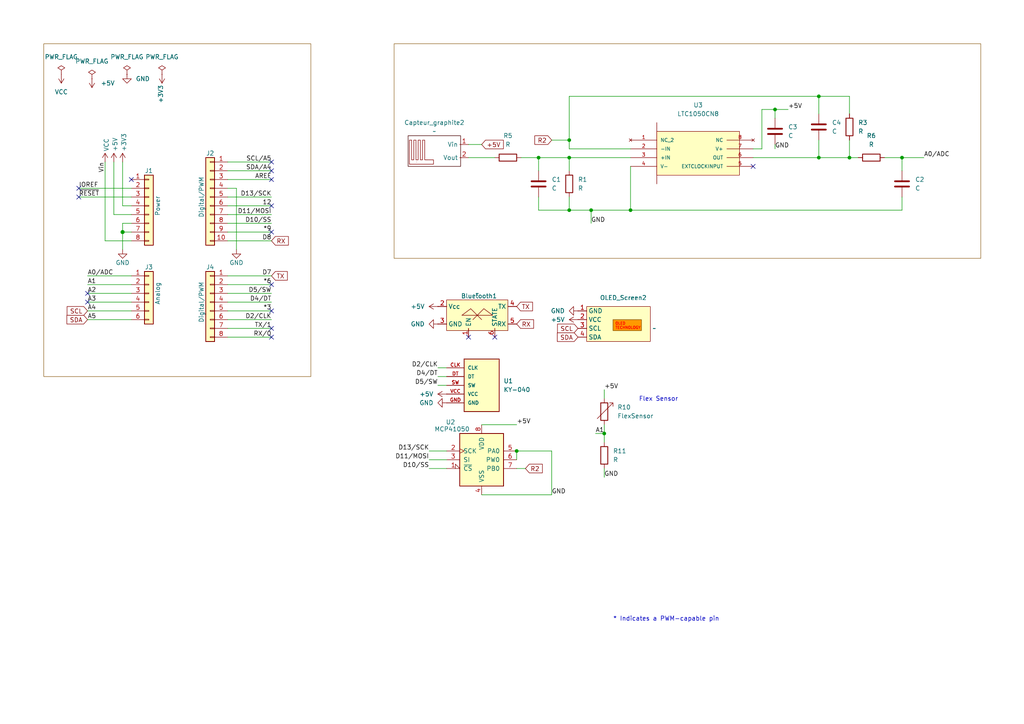
<source format=kicad_sch>
(kicad_sch
	(version 20231120)
	(generator "eeschema")
	(generator_version "8.0")
	(uuid "e63e39d7-6ac0-4ffd-8aa3-1841a4541b55")
	(paper "A4")
	(title_block
		(date "mar. 31 mars 2015")
	)
	(lib_symbols
		(symbol "+5V_1"
			(power)
			(pin_numbers hide)
			(pin_names
				(offset 0) hide)
			(exclude_from_sim no)
			(in_bom yes)
			(on_board yes)
			(property "Reference" "#PWR"
				(at 0 -3.81 0)
				(effects
					(font
						(size 1.27 1.27)
					)
					(hide yes)
				)
			)
			(property "Value" "+5V"
				(at 0 3.556 0)
				(effects
					(font
						(size 1.27 1.27)
					)
				)
			)
			(property "Footprint" ""
				(at 0 0 0)
				(effects
					(font
						(size 1.27 1.27)
					)
					(hide yes)
				)
			)
			(property "Datasheet" ""
				(at 0 0 0)
				(effects
					(font
						(size 1.27 1.27)
					)
					(hide yes)
				)
			)
			(property "Description" "Power symbol creates a global label with name \"+5V\""
				(at 0 0 0)
				(effects
					(font
						(size 1.27 1.27)
					)
					(hide yes)
				)
			)
			(property "ki_keywords" "global power"
				(at 0 0 0)
				(effects
					(font
						(size 1.27 1.27)
					)
					(hide yes)
				)
			)
			(symbol "+5V_1_0_1"
				(polyline
					(pts
						(xy -0.762 1.27) (xy 0 2.54)
					)
					(stroke
						(width 0)
						(type default)
					)
					(fill
						(type none)
					)
				)
				(polyline
					(pts
						(xy 0 0) (xy 0 2.54)
					)
					(stroke
						(width 0)
						(type default)
					)
					(fill
						(type none)
					)
				)
				(polyline
					(pts
						(xy 0 2.54) (xy 0.762 1.27)
					)
					(stroke
						(width 0)
						(type default)
					)
					(fill
						(type none)
					)
				)
			)
			(symbol "+5V_1_1_1"
				(pin power_in line
					(at 0 0 90)
					(length 0)
					(name "~"
						(effects
							(font
								(size 1.27 1.27)
							)
						)
					)
					(number "1"
						(effects
							(font
								(size 1.27 1.27)
							)
						)
					)
				)
			)
		)
		(symbol "4GP_Symbol:Bluetooth"
			(exclude_from_sim no)
			(in_bom yes)
			(on_board yes)
			(property "Reference" "Bluetooth1"
				(at 0.508 5.588 0)
				(effects
					(font
						(size 1.27 1.27)
					)
				)
			)
			(property "Value" "~"
				(at 0 6.35 0)
				(effects
					(font
						(size 1.27 1.27)
					)
				)
			)
			(property "Footprint" "Connector_PinSocket_2.54mm:PinSocket_1x06_P2.54mm_Vertical"
				(at 0.762 8.636 0)
				(effects
					(font
						(size 1.27 1.27)
					)
					(hide yes)
				)
			)
			(property "Datasheet" ""
				(at 0 0 0)
				(effects
					(font
						(size 1.27 1.27)
					)
					(hide yes)
				)
			)
			(property "Description" ""
				(at 0 0 0)
				(effects
					(font
						(size 1.27 1.27)
					)
					(hide yes)
				)
			)
			(symbol "Bluetooth_0_1"
				(polyline
					(pts
						(xy -4.445 0) (xy 4.445 0)
					)
					(stroke
						(width 0)
						(type default)
					)
					(fill
						(type none)
					)
				)
				(polyline
					(pts
						(xy -1.905 1.905) (xy -4.445 0)
					)
					(stroke
						(width 0)
						(type default)
					)
					(fill
						(type none)
					)
				)
				(polyline
					(pts
						(xy -1.905 1.905) (xy 1.27 -1.27)
					)
					(stroke
						(width 0)
						(type default)
					)
					(fill
						(type none)
					)
				)
				(polyline
					(pts
						(xy 1.905 1.905) (xy -1.27 -1.27)
					)
					(stroke
						(width 0)
						(type default)
					)
					(fill
						(type none)
					)
				)
				(polyline
					(pts
						(xy 1.905 1.905) (xy 4.445 0)
					)
					(stroke
						(width 0)
						(type default)
					)
					(fill
						(type none)
					)
				)
			)
			(symbol "Bluetooth_1_1"
				(rectangle
					(start -8.89 4.445)
					(end 8.89 -4.445)
					(stroke
						(width 0)
						(type default)
					)
					(fill
						(type background)
					)
				)
				(pin passive line
					(at -2.54 -6.35 90)
					(length 2.54)
					(name "EN"
						(effects
							(font
								(size 1.27 1.27)
							)
						)
					)
					(number "1"
						(effects
							(font
								(size 1.27 1.27)
							)
						)
					)
				)
				(pin input line
					(at -11.43 2.54 0)
					(length 2.54)
					(name "Vcc"
						(effects
							(font
								(size 1.27 1.27)
							)
						)
					)
					(number "2"
						(effects
							(font
								(size 1.27 1.27)
							)
						)
					)
				)
				(pin input line
					(at -11.43 -2.54 0)
					(length 2.54)
					(name "GND"
						(effects
							(font
								(size 1.27 1.27)
							)
						)
					)
					(number "3"
						(effects
							(font
								(size 1.27 1.27)
							)
						)
					)
				)
				(pin bidirectional line
					(at 11.43 2.54 180)
					(length 2.54)
					(name "TX"
						(effects
							(font
								(size 1.27 1.27)
							)
						)
					)
					(number "4"
						(effects
							(font
								(size 1.27 1.27)
							)
						)
					)
				)
				(pin bidirectional line
					(at 11.43 -2.54 180)
					(length 2.54)
					(name "RX"
						(effects
							(font
								(size 1.27 1.27)
							)
						)
					)
					(number "5"
						(effects
							(font
								(size 1.27 1.27)
							)
						)
					)
				)
				(pin passive line
					(at 5.08 -6.35 90)
					(length 2.54)
					(name "STATE"
						(effects
							(font
								(size 1.27 1.27)
							)
						)
					)
					(number "6"
						(effects
							(font
								(size 1.27 1.27)
							)
						)
					)
				)
			)
		)
		(symbol "4GP_Symbol:KY-040"
			(pin_names
				(offset 1.016)
			)
			(exclude_from_sim no)
			(in_bom yes)
			(on_board yes)
			(property "Reference" "U"
				(at -5.08 10.16 0)
				(effects
					(font
						(size 1.27 1.27)
					)
					(justify left bottom)
				)
			)
			(property "Value" "KY-040"
				(at -5.08 -12.7 0)
				(effects
					(font
						(size 1.27 1.27)
					)
					(justify left bottom)
				)
			)
			(property "Footprint" ""
				(at 0 0 0)
				(effects
					(font
						(size 1.27 1.27)
					)
					(justify left bottom)
					(hide yes)
				)
			)
			(property "Datasheet" ""
				(at 0 0 0)
				(effects
					(font
						(size 1.27 1.27)
					)
					(justify left bottom)
					(hide yes)
				)
			)
			(property "Description" ""
				(at 0 0 0)
				(effects
					(font
						(size 1.27 1.27)
					)
					(justify left bottom)
					(hide yes)
				)
			)
			(property "Package" ""
				(at 0 0 0)
				(effects
					(font
						(size 1.27 1.27)
					)
					(justify left bottom)
					(hide yes)
				)
			)
			(property "Price" ""
				(at 0 0 0)
				(effects
					(font
						(size 1.27 1.27)
					)
					(justify left bottom)
					(hide yes)
				)
			)
			(property "SnapEDA_Link" ""
				(at 0 0 0)
				(effects
					(font
						(size 1.27 1.27)
					)
					(justify left bottom)
					(hide yes)
				)
			)
			(property "MP" ""
				(at 0 0 0)
				(effects
					(font
						(size 1.27 1.27)
					)
					(justify left bottom)
					(hide yes)
				)
			)
			(property "Availability" ""
				(at 0 0 0)
				(effects
					(font
						(size 1.27 1.27)
					)
					(justify left bottom)
					(hide yes)
				)
			)
			(property "Check_prices" ""
				(at 0 0 0)
				(effects
					(font
						(size 1.27 1.27)
					)
					(justify left bottom)
					(hide yes)
				)
			)
			(property "ki_locked" ""
				(at 0 0 0)
				(effects
					(font
						(size 1.27 1.27)
					)
				)
			)
			(symbol "KY-040_0_0"
				(rectangle
					(start -5.08 -7.62)
					(end 5.08 7.62)
					(stroke
						(width 0.254)
						(type solid)
					)
					(fill
						(type background)
					)
				)
				(pin output line
					(at -10.16 5.08 0)
					(length 5.08)
					(name "CLK"
						(effects
							(font
								(size 1.016 1.016)
							)
						)
					)
					(number "CLK"
						(effects
							(font
								(size 1.016 1.016)
							)
						)
					)
				)
				(pin output line
					(at -10.16 2.54 0)
					(length 5.08)
					(name "DT"
						(effects
							(font
								(size 1.016 1.016)
							)
						)
					)
					(number "DT"
						(effects
							(font
								(size 1.016 1.016)
							)
						)
					)
				)
				(pin power_in line
					(at -10.16 -5.08 0)
					(length 5.08)
					(name "GND"
						(effects
							(font
								(size 1.016 1.016)
							)
						)
					)
					(number "GND"
						(effects
							(font
								(size 1.016 1.016)
							)
						)
					)
				)
				(pin output line
					(at -10.16 0 0)
					(length 5.08)
					(name "SW"
						(effects
							(font
								(size 1.016 1.016)
							)
						)
					)
					(number "SW"
						(effects
							(font
								(size 1.016 1.016)
							)
						)
					)
				)
				(pin power_in line
					(at -10.16 -2.54 0)
					(length 5.08)
					(name "VCC"
						(effects
							(font
								(size 1.016 1.016)
							)
						)
					)
					(number "VCC"
						(effects
							(font
								(size 1.016 1.016)
							)
						)
					)
				)
			)
		)
		(symbol "CapFlex_1"
			(exclude_from_sim no)
			(in_bom yes)
			(on_board yes)
			(property "Reference" "Capteur_graphite2"
				(at 7.874 10.16 0)
				(effects
					(font
						(size 1.27 1.27)
					)
				)
			)
			(property "Value" "~"
				(at 7.874 7.62 0)
				(effects
					(font
						(size 1.27 1.27)
					)
				)
			)
			(property "Footprint" "Connector_PinSocket_2.54mm:PinSocket_1x02_P2.54mm_Vertical"
				(at 12.954 2.54 0)
				(effects
					(font
						(size 1.27 1.27)
					)
					(hide yes)
				)
			)
			(property "Datasheet" ""
				(at 12.954 2.54 0)
				(effects
					(font
						(size 1.27 1.27)
					)
					(hide yes)
				)
			)
			(property "Description" ""
				(at 12.954 2.54 0)
				(effects
					(font
						(size 1.27 1.27)
					)
					(hide yes)
				)
			)
			(symbol "CapFlex_1_0_1"
				(polyline
					(pts
						(xy 1.27 5.08) (xy 0.635 5.08) (xy 0.635 -1.905) (xy 7.62 -1.905) (xy 7.62 -0.635) (xy 5.715 -0.635)
					)
					(stroke
						(width 0)
						(type default)
					)
					(fill
						(type none)
					)
				)
				(polyline
					(pts
						(xy 1.27 5.08) (xy 1.27 -0.635) (xy 1.905 -0.635) (xy 1.905 5.08) (xy 2.54 5.08) (xy 2.54 -0.635)
						(xy 3.175 -0.635) (xy 3.175 5.08) (xy 3.81 5.08) (xy 3.81 -0.635) (xy 4.445 -0.635) (xy 4.445 5.08)
						(xy 5.08 5.08) (xy 5.08 -0.635) (xy 5.715 -0.635) (xy 5.08 -0.635)
					)
					(stroke
						(width 0)
						(type default)
					)
					(fill
						(type none)
					)
				)
				(rectangle
					(start 2.794 -1.27)
					(end 2.794 -1.27)
					(stroke
						(width 0)
						(type default)
					)
					(fill
						(type none)
					)
				)
			)
			(symbol "CapFlex_1_1_1"
				(rectangle
					(start 0.254 6.35)
					(end 15.494 -2.54)
					(stroke
						(width 0)
						(type default)
						(color 72 0 0 1)
					)
					(fill
						(type none)
					)
				)
				(pin passive line
					(at 17.78 3.81 180)
					(length 2.54)
					(name "Vin"
						(effects
							(font
								(size 1.27 1.27)
							)
						)
					)
					(number "1"
						(effects
							(font
								(size 1.27 1.27)
							)
						)
					)
				)
				(pin passive line
					(at 17.78 0 180)
					(length 2.54)
					(name "Vout"
						(effects
							(font
								(size 1.27 1.27)
							)
						)
					)
					(number "2"
						(effects
							(font
								(size 1.27 1.27)
							)
						)
					)
				)
			)
		)
		(symbol "Connector_Generic:Conn_01x06"
			(pin_names
				(offset 1.016) hide)
			(exclude_from_sim no)
			(in_bom yes)
			(on_board yes)
			(property "Reference" "J"
				(at 0 7.62 0)
				(effects
					(font
						(size 1.27 1.27)
					)
				)
			)
			(property "Value" "Conn_01x06"
				(at 0 -10.16 0)
				(effects
					(font
						(size 1.27 1.27)
					)
				)
			)
			(property "Footprint" ""
				(at 0 0 0)
				(effects
					(font
						(size 1.27 1.27)
					)
					(hide yes)
				)
			)
			(property "Datasheet" "~"
				(at 0 0 0)
				(effects
					(font
						(size 1.27 1.27)
					)
					(hide yes)
				)
			)
			(property "Description" "Generic connector, single row, 01x06, script generated (kicad-library-utils/schlib/autogen/connector/)"
				(at 0 0 0)
				(effects
					(font
						(size 1.27 1.27)
					)
					(hide yes)
				)
			)
			(property "ki_keywords" "connector"
				(at 0 0 0)
				(effects
					(font
						(size 1.27 1.27)
					)
					(hide yes)
				)
			)
			(property "ki_fp_filters" "Connector*:*_1x??_*"
				(at 0 0 0)
				(effects
					(font
						(size 1.27 1.27)
					)
					(hide yes)
				)
			)
			(symbol "Conn_01x06_1_1"
				(rectangle
					(start -1.27 -7.493)
					(end 0 -7.747)
					(stroke
						(width 0.1524)
						(type default)
					)
					(fill
						(type none)
					)
				)
				(rectangle
					(start -1.27 -4.953)
					(end 0 -5.207)
					(stroke
						(width 0.1524)
						(type default)
					)
					(fill
						(type none)
					)
				)
				(rectangle
					(start -1.27 -2.413)
					(end 0 -2.667)
					(stroke
						(width 0.1524)
						(type default)
					)
					(fill
						(type none)
					)
				)
				(rectangle
					(start -1.27 0.127)
					(end 0 -0.127)
					(stroke
						(width 0.1524)
						(type default)
					)
					(fill
						(type none)
					)
				)
				(rectangle
					(start -1.27 2.667)
					(end 0 2.413)
					(stroke
						(width 0.1524)
						(type default)
					)
					(fill
						(type none)
					)
				)
				(rectangle
					(start -1.27 5.207)
					(end 0 4.953)
					(stroke
						(width 0.1524)
						(type default)
					)
					(fill
						(type none)
					)
				)
				(rectangle
					(start -1.27 6.35)
					(end 1.27 -8.89)
					(stroke
						(width 0.254)
						(type default)
					)
					(fill
						(type background)
					)
				)
				(pin passive line
					(at -5.08 5.08 0)
					(length 3.81)
					(name "Pin_1"
						(effects
							(font
								(size 1.27 1.27)
							)
						)
					)
					(number "1"
						(effects
							(font
								(size 1.27 1.27)
							)
						)
					)
				)
				(pin passive line
					(at -5.08 2.54 0)
					(length 3.81)
					(name "Pin_2"
						(effects
							(font
								(size 1.27 1.27)
							)
						)
					)
					(number "2"
						(effects
							(font
								(size 1.27 1.27)
							)
						)
					)
				)
				(pin passive line
					(at -5.08 0 0)
					(length 3.81)
					(name "Pin_3"
						(effects
							(font
								(size 1.27 1.27)
							)
						)
					)
					(number "3"
						(effects
							(font
								(size 1.27 1.27)
							)
						)
					)
				)
				(pin passive line
					(at -5.08 -2.54 0)
					(length 3.81)
					(name "Pin_4"
						(effects
							(font
								(size 1.27 1.27)
							)
						)
					)
					(number "4"
						(effects
							(font
								(size 1.27 1.27)
							)
						)
					)
				)
				(pin passive line
					(at -5.08 -5.08 0)
					(length 3.81)
					(name "Pin_5"
						(effects
							(font
								(size 1.27 1.27)
							)
						)
					)
					(number "5"
						(effects
							(font
								(size 1.27 1.27)
							)
						)
					)
				)
				(pin passive line
					(at -5.08 -7.62 0)
					(length 3.81)
					(name "Pin_6"
						(effects
							(font
								(size 1.27 1.27)
							)
						)
					)
					(number "6"
						(effects
							(font
								(size 1.27 1.27)
							)
						)
					)
				)
			)
		)
		(symbol "Connector_Generic:Conn_01x08"
			(pin_names
				(offset 1.016) hide)
			(exclude_from_sim no)
			(in_bom yes)
			(on_board yes)
			(property "Reference" "J"
				(at 0 10.16 0)
				(effects
					(font
						(size 1.27 1.27)
					)
				)
			)
			(property "Value" "Conn_01x08"
				(at 0 -12.7 0)
				(effects
					(font
						(size 1.27 1.27)
					)
				)
			)
			(property "Footprint" ""
				(at 0 0 0)
				(effects
					(font
						(size 1.27 1.27)
					)
					(hide yes)
				)
			)
			(property "Datasheet" "~"
				(at 0 0 0)
				(effects
					(font
						(size 1.27 1.27)
					)
					(hide yes)
				)
			)
			(property "Description" "Generic connector, single row, 01x08, script generated (kicad-library-utils/schlib/autogen/connector/)"
				(at 0 0 0)
				(effects
					(font
						(size 1.27 1.27)
					)
					(hide yes)
				)
			)
			(property "ki_keywords" "connector"
				(at 0 0 0)
				(effects
					(font
						(size 1.27 1.27)
					)
					(hide yes)
				)
			)
			(property "ki_fp_filters" "Connector*:*_1x??_*"
				(at 0 0 0)
				(effects
					(font
						(size 1.27 1.27)
					)
					(hide yes)
				)
			)
			(symbol "Conn_01x08_1_1"
				(rectangle
					(start -1.27 -10.033)
					(end 0 -10.287)
					(stroke
						(width 0.1524)
						(type default)
					)
					(fill
						(type none)
					)
				)
				(rectangle
					(start -1.27 -7.493)
					(end 0 -7.747)
					(stroke
						(width 0.1524)
						(type default)
					)
					(fill
						(type none)
					)
				)
				(rectangle
					(start -1.27 -4.953)
					(end 0 -5.207)
					(stroke
						(width 0.1524)
						(type default)
					)
					(fill
						(type none)
					)
				)
				(rectangle
					(start -1.27 -2.413)
					(end 0 -2.667)
					(stroke
						(width 0.1524)
						(type default)
					)
					(fill
						(type none)
					)
				)
				(rectangle
					(start -1.27 0.127)
					(end 0 -0.127)
					(stroke
						(width 0.1524)
						(type default)
					)
					(fill
						(type none)
					)
				)
				(rectangle
					(start -1.27 2.667)
					(end 0 2.413)
					(stroke
						(width 0.1524)
						(type default)
					)
					(fill
						(type none)
					)
				)
				(rectangle
					(start -1.27 5.207)
					(end 0 4.953)
					(stroke
						(width 0.1524)
						(type default)
					)
					(fill
						(type none)
					)
				)
				(rectangle
					(start -1.27 7.747)
					(end 0 7.493)
					(stroke
						(width 0.1524)
						(type default)
					)
					(fill
						(type none)
					)
				)
				(rectangle
					(start -1.27 8.89)
					(end 1.27 -11.43)
					(stroke
						(width 0.254)
						(type default)
					)
					(fill
						(type background)
					)
				)
				(pin passive line
					(at -5.08 7.62 0)
					(length 3.81)
					(name "Pin_1"
						(effects
							(font
								(size 1.27 1.27)
							)
						)
					)
					(number "1"
						(effects
							(font
								(size 1.27 1.27)
							)
						)
					)
				)
				(pin passive line
					(at -5.08 5.08 0)
					(length 3.81)
					(name "Pin_2"
						(effects
							(font
								(size 1.27 1.27)
							)
						)
					)
					(number "2"
						(effects
							(font
								(size 1.27 1.27)
							)
						)
					)
				)
				(pin passive line
					(at -5.08 2.54 0)
					(length 3.81)
					(name "Pin_3"
						(effects
							(font
								(size 1.27 1.27)
							)
						)
					)
					(number "3"
						(effects
							(font
								(size 1.27 1.27)
							)
						)
					)
				)
				(pin passive line
					(at -5.08 0 0)
					(length 3.81)
					(name "Pin_4"
						(effects
							(font
								(size 1.27 1.27)
							)
						)
					)
					(number "4"
						(effects
							(font
								(size 1.27 1.27)
							)
						)
					)
				)
				(pin passive line
					(at -5.08 -2.54 0)
					(length 3.81)
					(name "Pin_5"
						(effects
							(font
								(size 1.27 1.27)
							)
						)
					)
					(number "5"
						(effects
							(font
								(size 1.27 1.27)
							)
						)
					)
				)
				(pin passive line
					(at -5.08 -5.08 0)
					(length 3.81)
					(name "Pin_6"
						(effects
							(font
								(size 1.27 1.27)
							)
						)
					)
					(number "6"
						(effects
							(font
								(size 1.27 1.27)
							)
						)
					)
				)
				(pin passive line
					(at -5.08 -7.62 0)
					(length 3.81)
					(name "Pin_7"
						(effects
							(font
								(size 1.27 1.27)
							)
						)
					)
					(number "7"
						(effects
							(font
								(size 1.27 1.27)
							)
						)
					)
				)
				(pin passive line
					(at -5.08 -10.16 0)
					(length 3.81)
					(name "Pin_8"
						(effects
							(font
								(size 1.27 1.27)
							)
						)
					)
					(number "8"
						(effects
							(font
								(size 1.27 1.27)
							)
						)
					)
				)
			)
		)
		(symbol "Connector_Generic:Conn_01x10"
			(pin_names
				(offset 1.016) hide)
			(exclude_from_sim no)
			(in_bom yes)
			(on_board yes)
			(property "Reference" "J"
				(at 0 12.7 0)
				(effects
					(font
						(size 1.27 1.27)
					)
				)
			)
			(property "Value" "Conn_01x10"
				(at 0 -15.24 0)
				(effects
					(font
						(size 1.27 1.27)
					)
				)
			)
			(property "Footprint" ""
				(at 0 0 0)
				(effects
					(font
						(size 1.27 1.27)
					)
					(hide yes)
				)
			)
			(property "Datasheet" "~"
				(at 0 0 0)
				(effects
					(font
						(size 1.27 1.27)
					)
					(hide yes)
				)
			)
			(property "Description" "Generic connector, single row, 01x10, script generated (kicad-library-utils/schlib/autogen/connector/)"
				(at 0 0 0)
				(effects
					(font
						(size 1.27 1.27)
					)
					(hide yes)
				)
			)
			(property "ki_keywords" "connector"
				(at 0 0 0)
				(effects
					(font
						(size 1.27 1.27)
					)
					(hide yes)
				)
			)
			(property "ki_fp_filters" "Connector*:*_1x??_*"
				(at 0 0 0)
				(effects
					(font
						(size 1.27 1.27)
					)
					(hide yes)
				)
			)
			(symbol "Conn_01x10_1_1"
				(rectangle
					(start -1.27 -12.573)
					(end 0 -12.827)
					(stroke
						(width 0.1524)
						(type default)
					)
					(fill
						(type none)
					)
				)
				(rectangle
					(start -1.27 -10.033)
					(end 0 -10.287)
					(stroke
						(width 0.1524)
						(type default)
					)
					(fill
						(type none)
					)
				)
				(rectangle
					(start -1.27 -7.493)
					(end 0 -7.747)
					(stroke
						(width 0.1524)
						(type default)
					)
					(fill
						(type none)
					)
				)
				(rectangle
					(start -1.27 -4.953)
					(end 0 -5.207)
					(stroke
						(width 0.1524)
						(type default)
					)
					(fill
						(type none)
					)
				)
				(rectangle
					(start -1.27 -2.413)
					(end 0 -2.667)
					(stroke
						(width 0.1524)
						(type default)
					)
					(fill
						(type none)
					)
				)
				(rectangle
					(start -1.27 0.127)
					(end 0 -0.127)
					(stroke
						(width 0.1524)
						(type default)
					)
					(fill
						(type none)
					)
				)
				(rectangle
					(start -1.27 2.667)
					(end 0 2.413)
					(stroke
						(width 0.1524)
						(type default)
					)
					(fill
						(type none)
					)
				)
				(rectangle
					(start -1.27 5.207)
					(end 0 4.953)
					(stroke
						(width 0.1524)
						(type default)
					)
					(fill
						(type none)
					)
				)
				(rectangle
					(start -1.27 7.747)
					(end 0 7.493)
					(stroke
						(width 0.1524)
						(type default)
					)
					(fill
						(type none)
					)
				)
				(rectangle
					(start -1.27 10.287)
					(end 0 10.033)
					(stroke
						(width 0.1524)
						(type default)
					)
					(fill
						(type none)
					)
				)
				(rectangle
					(start -1.27 11.43)
					(end 1.27 -13.97)
					(stroke
						(width 0.254)
						(type default)
					)
					(fill
						(type background)
					)
				)
				(pin passive line
					(at -5.08 10.16 0)
					(length 3.81)
					(name "Pin_1"
						(effects
							(font
								(size 1.27 1.27)
							)
						)
					)
					(number "1"
						(effects
							(font
								(size 1.27 1.27)
							)
						)
					)
				)
				(pin passive line
					(at -5.08 -12.7 0)
					(length 3.81)
					(name "Pin_10"
						(effects
							(font
								(size 1.27 1.27)
							)
						)
					)
					(number "10"
						(effects
							(font
								(size 1.27 1.27)
							)
						)
					)
				)
				(pin passive line
					(at -5.08 7.62 0)
					(length 3.81)
					(name "Pin_2"
						(effects
							(font
								(size 1.27 1.27)
							)
						)
					)
					(number "2"
						(effects
							(font
								(size 1.27 1.27)
							)
						)
					)
				)
				(pin passive line
					(at -5.08 5.08 0)
					(length 3.81)
					(name "Pin_3"
						(effects
							(font
								(size 1.27 1.27)
							)
						)
					)
					(number "3"
						(effects
							(font
								(size 1.27 1.27)
							)
						)
					)
				)
				(pin passive line
					(at -5.08 2.54 0)
					(length 3.81)
					(name "Pin_4"
						(effects
							(font
								(size 1.27 1.27)
							)
						)
					)
					(number "4"
						(effects
							(font
								(size 1.27 1.27)
							)
						)
					)
				)
				(pin passive line
					(at -5.08 0 0)
					(length 3.81)
					(name "Pin_5"
						(effects
							(font
								(size 1.27 1.27)
							)
						)
					)
					(number "5"
						(effects
							(font
								(size 1.27 1.27)
							)
						)
					)
				)
				(pin passive line
					(at -5.08 -2.54 0)
					(length 3.81)
					(name "Pin_6"
						(effects
							(font
								(size 1.27 1.27)
							)
						)
					)
					(number "6"
						(effects
							(font
								(size 1.27 1.27)
							)
						)
					)
				)
				(pin passive line
					(at -5.08 -5.08 0)
					(length 3.81)
					(name "Pin_7"
						(effects
							(font
								(size 1.27 1.27)
							)
						)
					)
					(number "7"
						(effects
							(font
								(size 1.27 1.27)
							)
						)
					)
				)
				(pin passive line
					(at -5.08 -7.62 0)
					(length 3.81)
					(name "Pin_8"
						(effects
							(font
								(size 1.27 1.27)
							)
						)
					)
					(number "8"
						(effects
							(font
								(size 1.27 1.27)
							)
						)
					)
				)
				(pin passive line
					(at -5.08 -10.16 0)
					(length 3.81)
					(name "Pin_9"
						(effects
							(font
								(size 1.27 1.27)
							)
						)
					)
					(number "9"
						(effects
							(font
								(size 1.27 1.27)
							)
						)
					)
				)
			)
		)
		(symbol "Device:C"
			(pin_numbers hide)
			(pin_names
				(offset 0.254)
			)
			(exclude_from_sim no)
			(in_bom yes)
			(on_board yes)
			(property "Reference" "C"
				(at 0.635 2.54 0)
				(effects
					(font
						(size 1.27 1.27)
					)
					(justify left)
				)
			)
			(property "Value" "C"
				(at 0.635 -2.54 0)
				(effects
					(font
						(size 1.27 1.27)
					)
					(justify left)
				)
			)
			(property "Footprint" ""
				(at 0.9652 -3.81 0)
				(effects
					(font
						(size 1.27 1.27)
					)
					(hide yes)
				)
			)
			(property "Datasheet" "~"
				(at 0 0 0)
				(effects
					(font
						(size 1.27 1.27)
					)
					(hide yes)
				)
			)
			(property "Description" "Unpolarized capacitor"
				(at 0 0 0)
				(effects
					(font
						(size 1.27 1.27)
					)
					(hide yes)
				)
			)
			(property "ki_keywords" "cap capacitor"
				(at 0 0 0)
				(effects
					(font
						(size 1.27 1.27)
					)
					(hide yes)
				)
			)
			(property "ki_fp_filters" "C_*"
				(at 0 0 0)
				(effects
					(font
						(size 1.27 1.27)
					)
					(hide yes)
				)
			)
			(symbol "C_0_1"
				(polyline
					(pts
						(xy -2.032 -0.762) (xy 2.032 -0.762)
					)
					(stroke
						(width 0.508)
						(type default)
					)
					(fill
						(type none)
					)
				)
				(polyline
					(pts
						(xy -2.032 0.762) (xy 2.032 0.762)
					)
					(stroke
						(width 0.508)
						(type default)
					)
					(fill
						(type none)
					)
				)
			)
			(symbol "C_1_1"
				(pin passive line
					(at 0 3.81 270)
					(length 2.794)
					(name "~"
						(effects
							(font
								(size 1.27 1.27)
							)
						)
					)
					(number "1"
						(effects
							(font
								(size 1.27 1.27)
							)
						)
					)
				)
				(pin passive line
					(at 0 -3.81 90)
					(length 2.794)
					(name "~"
						(effects
							(font
								(size 1.27 1.27)
							)
						)
					)
					(number "2"
						(effects
							(font
								(size 1.27 1.27)
							)
						)
					)
				)
			)
		)
		(symbol "Device:R"
			(pin_numbers hide)
			(pin_names
				(offset 0)
			)
			(exclude_from_sim no)
			(in_bom yes)
			(on_board yes)
			(property "Reference" "R"
				(at 2.032 0 90)
				(effects
					(font
						(size 1.27 1.27)
					)
				)
			)
			(property "Value" "R"
				(at 0 0 90)
				(effects
					(font
						(size 1.27 1.27)
					)
				)
			)
			(property "Footprint" ""
				(at -1.778 0 90)
				(effects
					(font
						(size 1.27 1.27)
					)
					(hide yes)
				)
			)
			(property "Datasheet" "~"
				(at 0 0 0)
				(effects
					(font
						(size 1.27 1.27)
					)
					(hide yes)
				)
			)
			(property "Description" "Resistor"
				(at 0 0 0)
				(effects
					(font
						(size 1.27 1.27)
					)
					(hide yes)
				)
			)
			(property "ki_keywords" "R res resistor"
				(at 0 0 0)
				(effects
					(font
						(size 1.27 1.27)
					)
					(hide yes)
				)
			)
			(property "ki_fp_filters" "R_*"
				(at 0 0 0)
				(effects
					(font
						(size 1.27 1.27)
					)
					(hide yes)
				)
			)
			(symbol "R_0_1"
				(rectangle
					(start -1.016 -2.54)
					(end 1.016 2.54)
					(stroke
						(width 0.254)
						(type default)
					)
					(fill
						(type none)
					)
				)
			)
			(symbol "R_1_1"
				(pin passive line
					(at 0 3.81 270)
					(length 1.27)
					(name "~"
						(effects
							(font
								(size 1.27 1.27)
							)
						)
					)
					(number "1"
						(effects
							(font
								(size 1.27 1.27)
							)
						)
					)
				)
				(pin passive line
					(at 0 -3.81 90)
					(length 1.27)
					(name "~"
						(effects
							(font
								(size 1.27 1.27)
							)
						)
					)
					(number "2"
						(effects
							(font
								(size 1.27 1.27)
							)
						)
					)
				)
			)
		)
		(symbol "Device:R_Variable"
			(pin_numbers hide)
			(pin_names
				(offset 0)
			)
			(exclude_from_sim no)
			(in_bom yes)
			(on_board yes)
			(property "Reference" "R"
				(at 2.54 -2.54 90)
				(effects
					(font
						(size 1.27 1.27)
					)
					(justify left)
				)
			)
			(property "Value" "R_Variable"
				(at -2.54 -1.27 90)
				(effects
					(font
						(size 1.27 1.27)
					)
					(justify left)
				)
			)
			(property "Footprint" ""
				(at -1.778 0 90)
				(effects
					(font
						(size 1.27 1.27)
					)
					(hide yes)
				)
			)
			(property "Datasheet" "~"
				(at 0 0 0)
				(effects
					(font
						(size 1.27 1.27)
					)
					(hide yes)
				)
			)
			(property "Description" "Variable resistor"
				(at 0 0 0)
				(effects
					(font
						(size 1.27 1.27)
					)
					(hide yes)
				)
			)
			(property "ki_keywords" "R res resistor variable potentiometer rheostat"
				(at 0 0 0)
				(effects
					(font
						(size 1.27 1.27)
					)
					(hide yes)
				)
			)
			(property "ki_fp_filters" "R_*"
				(at 0 0 0)
				(effects
					(font
						(size 1.27 1.27)
					)
					(hide yes)
				)
			)
			(symbol "R_Variable_0_1"
				(rectangle
					(start -1.016 -2.54)
					(end 1.016 2.54)
					(stroke
						(width 0.254)
						(type default)
					)
					(fill
						(type none)
					)
				)
				(polyline
					(pts
						(xy 2.54 1.524) (xy 2.54 2.54) (xy 1.524 2.54) (xy 2.54 2.54) (xy -2.032 -2.032)
					)
					(stroke
						(width 0)
						(type default)
					)
					(fill
						(type none)
					)
				)
			)
			(symbol "R_Variable_1_1"
				(pin passive line
					(at 0 3.81 270)
					(length 1.27)
					(name "~"
						(effects
							(font
								(size 1.27 1.27)
							)
						)
					)
					(number "1"
						(effects
							(font
								(size 1.27 1.27)
							)
						)
					)
				)
				(pin passive line
					(at 0 -3.81 90)
					(length 1.27)
					(name "~"
						(effects
							(font
								(size 1.27 1.27)
							)
						)
					)
					(number "2"
						(effects
							(font
								(size 1.27 1.27)
							)
						)
					)
				)
			)
		)
		(symbol "GND_1"
			(power)
			(pin_numbers hide)
			(pin_names
				(offset 0) hide)
			(exclude_from_sim no)
			(in_bom yes)
			(on_board yes)
			(property "Reference" "#PWR"
				(at 0 -6.35 0)
				(effects
					(font
						(size 1.27 1.27)
					)
					(hide yes)
				)
			)
			(property "Value" "GND"
				(at 0 -3.81 0)
				(effects
					(font
						(size 1.27 1.27)
					)
				)
			)
			(property "Footprint" ""
				(at 0 0 0)
				(effects
					(font
						(size 1.27 1.27)
					)
					(hide yes)
				)
			)
			(property "Datasheet" ""
				(at 0 0 0)
				(effects
					(font
						(size 1.27 1.27)
					)
					(hide yes)
				)
			)
			(property "Description" "Power symbol creates a global label with name \"GND\" , ground"
				(at 0 0 0)
				(effects
					(font
						(size 1.27 1.27)
					)
					(hide yes)
				)
			)
			(property "ki_keywords" "global power"
				(at 0 0 0)
				(effects
					(font
						(size 1.27 1.27)
					)
					(hide yes)
				)
			)
			(symbol "GND_1_0_1"
				(polyline
					(pts
						(xy 0 0) (xy 0 -1.27) (xy 1.27 -1.27) (xy 0 -2.54) (xy -1.27 -1.27) (xy 0 -1.27)
					)
					(stroke
						(width 0)
						(type default)
					)
					(fill
						(type none)
					)
				)
			)
			(symbol "GND_1_1_1"
				(pin power_in line
					(at 0 0 270)
					(length 0)
					(name "~"
						(effects
							(font
								(size 1.27 1.27)
							)
						)
					)
					(number "1"
						(effects
							(font
								(size 1.27 1.27)
							)
						)
					)
				)
			)
		)
		(symbol "LTC1050CN8_1"
			(pin_names
				(offset 1.016)
			)
			(exclude_from_sim no)
			(in_bom yes)
			(on_board yes)
			(property "Reference" "U"
				(at 25.019 0.508 0)
				(effects
					(font
						(size 1.27 1.27)
					)
					(justify left bottom)
				)
			)
			(property "Value" "LTC1050CN8"
				(at 24.384 -2.032 0)
				(effects
					(font
						(size 1.27 1.27)
					)
					(justify left bottom)
				)
			)
			(property "Footprint" ""
				(at 33.274 -27.178 0)
				(effects
					(font
						(size 1.27 1.27)
					)
					(justify left bottom)
					(hide yes)
				)
			)
			(property "Datasheet" ""
				(at 10.16 -6.35 0)
				(effects
					(font
						(size 1.27 1.27)
					)
					(justify left bottom)
					(hide yes)
				)
			)
			(property "Description" ""
				(at 1.524 -24.384 0)
				(effects
					(font
						(size 1.27 1.27)
					)
					(justify left bottom)
					(hide yes)
				)
			)
			(property "VENDOR" ""
				(at 35.052 2.54 0)
				(effects
					(font
						(size 1.27 1.27)
					)
					(justify left bottom)
					(hide yes)
				)
			)
			(property "COPYRIGHT" ""
				(at 6.858 20.828 0)
				(effects
					(font
						(size 1.27 1.27)
						(color 255 255 255 1)
					)
					(justify left bottom)
					(hide yes)
				)
			)
			(property "Package" ""
				(at 43.942 -26.162 0)
				(effects
					(font
						(size 1.27 1.27)
					)
					(justify left bottom)
					(hide yes)
				)
			)
			(property "Price" ""
				(at 5.588 -27.94 0)
				(do_not_autoplace)
				(effects
					(font
						(size 1.27 1.27)
					)
					(justify left bottom)
					(hide yes)
				)
			)
			(property "Check_prices" ""
				(at 3.048 14.478 0)
				(effects
					(font
						(size 1.27 1.27)
					)
					(justify left bottom)
					(hide yes)
				)
			)
			(property "SnapEDA_Link" ""
				(at 4.318 17.526 0)
				(effects
					(font
						(size 1.27 1.27)
					)
					(justify left bottom)
					(hide yes)
				)
			)
			(property "MP" ""
				(at 10.668 -19.304 0)
				(effects
					(font
						(size 1.27 1.27)
					)
					(justify left bottom)
					(hide yes)
				)
			)
			(property "Purchase-URL" ""
				(at 0 10.668 0)
				(effects
					(font
						(size 1.27 1.27)
						(color 132 132 132 1)
					)
					(justify left bottom)
					(hide yes)
				)
			)
			(property "Availability" ""
				(at 11.684 -29.972 0)
				(effects
					(font
						(size 1.27 1.27)
					)
					(justify left bottom)
					(hide yes)
				)
			)
			(property "MANUFACTURER_PART_NUMBER" ""
				(at 20.574 -27.178 0)
				(effects
					(font
						(size 1.27 1.27)
					)
					(justify left bottom)
					(hide yes)
				)
			)
			(property "ki_locked" ""
				(at 0 0 0)
				(effects
					(font
						(size 1.27 1.27)
					)
				)
			)
			(symbol "LTC1050CN8_1_0_0"
				(polyline
					(pts
						(xy 17.78 -1.27) (xy 17.78 -19.05)
					)
					(stroke
						(width 0.1524)
						(type solid)
					)
					(fill
						(type none)
					)
				)
				(rectangle
					(start 17.78 -3.81)
					(end 41.7576 -16.51)
					(stroke
						(width 0.1524)
						(type solid)
					)
					(fill
						(type background)
					)
				)
				(pin no_connect line
					(at 10.16 -6.35 0)
					(length 7.62)
					(name "NC_2"
						(effects
							(font
								(size 1.016 1.016)
							)
						)
					)
					(number "1"
						(effects
							(font
								(size 1.016 1.016)
							)
						)
					)
				)
				(pin input line
					(at 10.16 -8.89 0)
					(length 7.62)
					(name "-IN"
						(effects
							(font
								(size 1.016 1.016)
							)
						)
					)
					(number "2"
						(effects
							(font
								(size 1.016 1.016)
							)
						)
					)
				)
				(pin input line
					(at 10.16 -11.43 0)
					(length 7.62)
					(name "+IN"
						(effects
							(font
								(size 1.016 1.016)
							)
						)
					)
					(number "3"
						(effects
							(font
								(size 1.016 1.016)
							)
						)
					)
				)
				(pin power_in line
					(at 10.16 -13.97 0)
					(length 7.62)
					(name "V-"
						(effects
							(font
								(size 1.016 1.016)
							)
						)
					)
					(number "4"
						(effects
							(font
								(size 1.016 1.016)
							)
						)
					)
				)
				(pin input line
					(at 45.72 -13.97 180)
					(length 7.62)
					(name "EXTCLOCKINPUT"
						(effects
							(font
								(size 1.016 1.016)
							)
						)
					)
					(number "5"
						(effects
							(font
								(size 1.016 1.016)
							)
						)
					)
				)
				(pin output line
					(at 45.72 -11.43 180)
					(length 7.62)
					(name "OUT"
						(effects
							(font
								(size 1.016 1.016)
							)
						)
					)
					(number "6"
						(effects
							(font
								(size 1.016 1.016)
							)
						)
					)
				)
				(pin power_in line
					(at 45.72 -8.89 180)
					(length 7.62)
					(name "V+"
						(effects
							(font
								(size 1.016 1.016)
							)
						)
					)
					(number "7"
						(effects
							(font
								(size 1.016 1.016)
							)
						)
					)
				)
				(pin no_connect line
					(at 45.72 -6.35 180)
					(length 7.62)
					(name "NC"
						(effects
							(font
								(size 1.016 1.016)
							)
						)
					)
					(number "8"
						(effects
							(font
								(size 1.016 1.016)
							)
						)
					)
				)
			)
		)
		(symbol "OLED_1"
			(exclude_from_sim no)
			(in_bom yes)
			(on_board yes)
			(property "Reference" "OLED_Screen2"
				(at -1.27 0 0)
				(effects
					(font
						(size 1.27 1.27)
					)
					(justify left)
				)
			)
			(property "Value" "~"
				(at 13.97 -8.89 0)
				(effects
					(font
						(size 1.27 1.27)
					)
					(justify left)
				)
			)
			(property "Footprint" "Connector_PinSocket_2.54mm:PinSocket_1x04_P2.54mm_Vertical"
				(at 0 0 0)
				(effects
					(font
						(size 1.27 1.27)
					)
					(hide yes)
				)
			)
			(property "Datasheet" ""
				(at 0 0 0)
				(effects
					(font
						(size 1.27 1.27)
					)
					(hide yes)
				)
			)
			(property "Description" ""
				(at 0 0 0)
				(effects
					(font
						(size 1.27 1.27)
					)
					(hide yes)
				)
			)
			(symbol "OLED_1_1_1"
				(rectangle
					(start -5.08 -2.54)
					(end 13.335 -12.7)
					(stroke
						(width 0)
						(type default)
					)
					(fill
						(type background)
					)
				)
				(text_box "OLED TECHNOLOGY"
					(at 2.54 -6.35 0)
					(size 8.255 -3.175)
					(stroke
						(width 0)
						(type default)
						(color 128 77 0 1)
					)
					(fill
						(type color)
						(color 255 153 0 1)
					)
					(effects
						(font
							(size 0.762 0.762)
							(color 255 0 0 1)
						)
						(justify left top)
					)
				)
				(pin power_in line
					(at -7.62 -3.81 0)
					(length 2.54)
					(name "GND"
						(effects
							(font
								(size 1.27 1.27)
							)
						)
					)
					(number "1"
						(effects
							(font
								(size 1.27 1.27)
							)
						)
					)
				)
				(pin passive line
					(at -7.62 -6.35 0)
					(length 2.54)
					(name "VCC"
						(effects
							(font
								(size 1.27 1.27)
							)
						)
					)
					(number "2"
						(effects
							(font
								(size 1.27 1.27)
							)
						)
					)
				)
				(pin passive line
					(at -7.62 -8.89 0)
					(length 2.54)
					(name "SCL"
						(effects
							(font
								(size 1.27 1.27)
							)
						)
					)
					(number "3"
						(effects
							(font
								(size 1.27 1.27)
							)
						)
					)
				)
				(pin passive line
					(at -7.62 -11.43 0)
					(length 2.54)
					(name "SDA"
						(effects
							(font
								(size 1.27 1.27)
							)
						)
					)
					(number "4"
						(effects
							(font
								(size 1.27 1.27)
							)
						)
					)
				)
			)
		)
		(symbol "Potentiometer_Digital:MCP41050"
			(pin_names
				(offset 1.016)
			)
			(exclude_from_sim no)
			(in_bom yes)
			(on_board yes)
			(property "Reference" "U"
				(at -6.35 8.89 0)
				(effects
					(font
						(size 1.27 1.27)
					)
					(justify left)
				)
			)
			(property "Value" "MCP41050"
				(at 1.27 8.89 0)
				(effects
					(font
						(size 1.27 1.27)
					)
					(justify left)
				)
			)
			(property "Footprint" ""
				(at 0 0 0)
				(effects
					(font
						(size 1.27 1.27)
					)
					(hide yes)
				)
			)
			(property "Datasheet" "http://ww1.microchip.com/downloads/en/DeviceDoc/11195c.pdf"
				(at 0 0 0)
				(effects
					(font
						(size 1.27 1.27)
					)
					(hide yes)
				)
			)
			(property "Description" "Single Digital Potentiometer, SPI interface, 256 taps, 10 kohm"
				(at 0 0 0)
				(effects
					(font
						(size 1.27 1.27)
					)
					(hide yes)
				)
			)
			(property "ki_keywords" "R POT"
				(at 0 0 0)
				(effects
					(font
						(size 1.27 1.27)
					)
					(hide yes)
				)
			)
			(property "ki_fp_filters" "DIP*W7.62mm* SOIC*P1.27mm*"
				(at 0 0 0)
				(effects
					(font
						(size 1.27 1.27)
					)
					(hide yes)
				)
			)
			(symbol "MCP41050_0_1"
				(rectangle
					(start -6.35 7.62)
					(end 6.35 -7.62)
					(stroke
						(width 0.254)
						(type default)
					)
					(fill
						(type background)
					)
				)
			)
			(symbol "MCP41050_1_1"
				(pin input input_low
					(at -10.16 -2.54 0)
					(length 3.81)
					(name "~{CS}"
						(effects
							(font
								(size 1.27 1.27)
							)
						)
					)
					(number "1"
						(effects
							(font
								(size 1.27 1.27)
							)
						)
					)
				)
				(pin passive clock
					(at -10.16 2.54 0)
					(length 3.81)
					(name "SCK"
						(effects
							(font
								(size 1.27 1.27)
							)
						)
					)
					(number "2"
						(effects
							(font
								(size 1.27 1.27)
							)
						)
					)
				)
				(pin input line
					(at -10.16 0 0)
					(length 3.81)
					(name "SI"
						(effects
							(font
								(size 1.27 1.27)
							)
						)
					)
					(number "3"
						(effects
							(font
								(size 1.27 1.27)
							)
						)
					)
				)
				(pin power_in line
					(at 0 -10.16 90)
					(length 2.54)
					(name "VSS"
						(effects
							(font
								(size 1.27 1.27)
							)
						)
					)
					(number "4"
						(effects
							(font
								(size 1.27 1.27)
							)
						)
					)
				)
				(pin passive line
					(at 10.16 2.54 180)
					(length 3.81)
					(name "PA0"
						(effects
							(font
								(size 1.27 1.27)
							)
						)
					)
					(number "5"
						(effects
							(font
								(size 1.27 1.27)
							)
						)
					)
				)
				(pin passive line
					(at 10.16 0 180)
					(length 3.81)
					(name "PW0"
						(effects
							(font
								(size 1.27 1.27)
							)
						)
					)
					(number "6"
						(effects
							(font
								(size 1.27 1.27)
							)
						)
					)
				)
				(pin passive line
					(at 10.16 -2.54 180)
					(length 3.81)
					(name "PB0"
						(effects
							(font
								(size 1.27 1.27)
							)
						)
					)
					(number "7"
						(effects
							(font
								(size 1.27 1.27)
							)
						)
					)
				)
				(pin power_in line
					(at 0 10.16 270)
					(length 2.54)
					(name "VDD"
						(effects
							(font
								(size 1.27 1.27)
							)
						)
					)
					(number "8"
						(effects
							(font
								(size 1.27 1.27)
							)
						)
					)
				)
			)
		)
		(symbol "VCC_1"
			(power)
			(pin_numbers hide)
			(pin_names
				(offset 0) hide)
			(exclude_from_sim no)
			(in_bom yes)
			(on_board yes)
			(property "Reference" "#PWR"
				(at 0 -3.81 0)
				(effects
					(font
						(size 1.27 1.27)
					)
					(hide yes)
				)
			)
			(property "Value" "VCC"
				(at 0 3.556 0)
				(effects
					(font
						(size 1.27 1.27)
					)
				)
			)
			(property "Footprint" ""
				(at 0 0 0)
				(effects
					(font
						(size 1.27 1.27)
					)
					(hide yes)
				)
			)
			(property "Datasheet" ""
				(at 0 0 0)
				(effects
					(font
						(size 1.27 1.27)
					)
					(hide yes)
				)
			)
			(property "Description" "Power symbol creates a global label with name \"VCC\""
				(at 0 0 0)
				(effects
					(font
						(size 1.27 1.27)
					)
					(hide yes)
				)
			)
			(property "ki_keywords" "global power"
				(at 0 0 0)
				(effects
					(font
						(size 1.27 1.27)
					)
					(hide yes)
				)
			)
			(symbol "VCC_1_0_1"
				(polyline
					(pts
						(xy -0.762 1.27) (xy 0 2.54)
					)
					(stroke
						(width 0)
						(type default)
					)
					(fill
						(type none)
					)
				)
				(polyline
					(pts
						(xy 0 0) (xy 0 2.54)
					)
					(stroke
						(width 0)
						(type default)
					)
					(fill
						(type none)
					)
				)
				(polyline
					(pts
						(xy 0 2.54) (xy 0.762 1.27)
					)
					(stroke
						(width 0)
						(type default)
					)
					(fill
						(type none)
					)
				)
			)
			(symbol "VCC_1_1_1"
				(pin power_in line
					(at 0 0 90)
					(length 0)
					(name "~"
						(effects
							(font
								(size 1.27 1.27)
							)
						)
					)
					(number "1"
						(effects
							(font
								(size 1.27 1.27)
							)
						)
					)
				)
			)
		)
		(symbol "power:+3V3"
			(power)
			(pin_names
				(offset 0)
			)
			(exclude_from_sim no)
			(in_bom yes)
			(on_board yes)
			(property "Reference" "#PWR"
				(at 0 -3.81 0)
				(effects
					(font
						(size 1.27 1.27)
					)
					(hide yes)
				)
			)
			(property "Value" "+3V3"
				(at 0 3.556 0)
				(effects
					(font
						(size 1.27 1.27)
					)
				)
			)
			(property "Footprint" ""
				(at 0 0 0)
				(effects
					(font
						(size 1.27 1.27)
					)
					(hide yes)
				)
			)
			(property "Datasheet" ""
				(at 0 0 0)
				(effects
					(font
						(size 1.27 1.27)
					)
					(hide yes)
				)
			)
			(property "Description" "Power symbol creates a global label with name \"+3V3\""
				(at 0 0 0)
				(effects
					(font
						(size 1.27 1.27)
					)
					(hide yes)
				)
			)
			(property "ki_keywords" "power-flag"
				(at 0 0 0)
				(effects
					(font
						(size 1.27 1.27)
					)
					(hide yes)
				)
			)
			(symbol "+3V3_0_1"
				(polyline
					(pts
						(xy -0.762 1.27) (xy 0 2.54)
					)
					(stroke
						(width 0)
						(type default)
					)
					(fill
						(type none)
					)
				)
				(polyline
					(pts
						(xy 0 0) (xy 0 2.54)
					)
					(stroke
						(width 0)
						(type default)
					)
					(fill
						(type none)
					)
				)
				(polyline
					(pts
						(xy 0 2.54) (xy 0.762 1.27)
					)
					(stroke
						(width 0)
						(type default)
					)
					(fill
						(type none)
					)
				)
			)
			(symbol "+3V3_1_1"
				(pin power_in line
					(at 0 0 90)
					(length 0) hide
					(name "+3V3"
						(effects
							(font
								(size 1.27 1.27)
							)
						)
					)
					(number "1"
						(effects
							(font
								(size 1.27 1.27)
							)
						)
					)
				)
			)
		)
		(symbol "power:+5V"
			(power)
			(pin_names
				(offset 0)
			)
			(exclude_from_sim no)
			(in_bom yes)
			(on_board yes)
			(property "Reference" "#PWR"
				(at 0 -3.81 0)
				(effects
					(font
						(size 1.27 1.27)
					)
					(hide yes)
				)
			)
			(property "Value" "+5V"
				(at 0 3.556 0)
				(effects
					(font
						(size 1.27 1.27)
					)
				)
			)
			(property "Footprint" ""
				(at 0 0 0)
				(effects
					(font
						(size 1.27 1.27)
					)
					(hide yes)
				)
			)
			(property "Datasheet" ""
				(at 0 0 0)
				(effects
					(font
						(size 1.27 1.27)
					)
					(hide yes)
				)
			)
			(property "Description" "Power symbol creates a global label with name \"+5V\""
				(at 0 0 0)
				(effects
					(font
						(size 1.27 1.27)
					)
					(hide yes)
				)
			)
			(property "ki_keywords" "power-flag"
				(at 0 0 0)
				(effects
					(font
						(size 1.27 1.27)
					)
					(hide yes)
				)
			)
			(symbol "+5V_0_1"
				(polyline
					(pts
						(xy -0.762 1.27) (xy 0 2.54)
					)
					(stroke
						(width 0)
						(type default)
					)
					(fill
						(type none)
					)
				)
				(polyline
					(pts
						(xy 0 0) (xy 0 2.54)
					)
					(stroke
						(width 0)
						(type default)
					)
					(fill
						(type none)
					)
				)
				(polyline
					(pts
						(xy 0 2.54) (xy 0.762 1.27)
					)
					(stroke
						(width 0)
						(type default)
					)
					(fill
						(type none)
					)
				)
			)
			(symbol "+5V_1_1"
				(pin power_in line
					(at 0 0 90)
					(length 0) hide
					(name "+5V"
						(effects
							(font
								(size 1.27 1.27)
							)
						)
					)
					(number "1"
						(effects
							(font
								(size 1.27 1.27)
							)
						)
					)
				)
			)
		)
		(symbol "power:GND"
			(power)
			(pin_names
				(offset 0)
			)
			(exclude_from_sim no)
			(in_bom yes)
			(on_board yes)
			(property "Reference" "#PWR"
				(at 0 -6.35 0)
				(effects
					(font
						(size 1.27 1.27)
					)
					(hide yes)
				)
			)
			(property "Value" "GND"
				(at 0 -3.81 0)
				(effects
					(font
						(size 1.27 1.27)
					)
				)
			)
			(property "Footprint" ""
				(at 0 0 0)
				(effects
					(font
						(size 1.27 1.27)
					)
					(hide yes)
				)
			)
			(property "Datasheet" ""
				(at 0 0 0)
				(effects
					(font
						(size 1.27 1.27)
					)
					(hide yes)
				)
			)
			(property "Description" "Power symbol creates a global label with name \"GND\" , ground"
				(at 0 0 0)
				(effects
					(font
						(size 1.27 1.27)
					)
					(hide yes)
				)
			)
			(property "ki_keywords" "power-flag"
				(at 0 0 0)
				(effects
					(font
						(size 1.27 1.27)
					)
					(hide yes)
				)
			)
			(symbol "GND_0_1"
				(polyline
					(pts
						(xy 0 0) (xy 0 -1.27) (xy 1.27 -1.27) (xy 0 -2.54) (xy -1.27 -1.27) (xy 0 -1.27)
					)
					(stroke
						(width 0)
						(type default)
					)
					(fill
						(type none)
					)
				)
			)
			(symbol "GND_1_1"
				(pin power_in line
					(at 0 0 270)
					(length 0) hide
					(name "GND"
						(effects
							(font
								(size 1.27 1.27)
							)
						)
					)
					(number "1"
						(effects
							(font
								(size 1.27 1.27)
							)
						)
					)
				)
			)
		)
		(symbol "power:PWR_FLAG"
			(power)
			(pin_numbers hide)
			(pin_names
				(offset 0) hide)
			(exclude_from_sim no)
			(in_bom yes)
			(on_board yes)
			(property "Reference" "#FLG"
				(at 0 1.905 0)
				(effects
					(font
						(size 1.27 1.27)
					)
					(hide yes)
				)
			)
			(property "Value" "PWR_FLAG"
				(at 0 3.81 0)
				(effects
					(font
						(size 1.27 1.27)
					)
				)
			)
			(property "Footprint" ""
				(at 0 0 0)
				(effects
					(font
						(size 1.27 1.27)
					)
					(hide yes)
				)
			)
			(property "Datasheet" "~"
				(at 0 0 0)
				(effects
					(font
						(size 1.27 1.27)
					)
					(hide yes)
				)
			)
			(property "Description" "Special symbol for telling ERC where power comes from"
				(at 0 0 0)
				(effects
					(font
						(size 1.27 1.27)
					)
					(hide yes)
				)
			)
			(property "ki_keywords" "flag power"
				(at 0 0 0)
				(effects
					(font
						(size 1.27 1.27)
					)
					(hide yes)
				)
			)
			(symbol "PWR_FLAG_0_0"
				(pin power_out line
					(at 0 0 90)
					(length 0)
					(name "~"
						(effects
							(font
								(size 1.27 1.27)
							)
						)
					)
					(number "1"
						(effects
							(font
								(size 1.27 1.27)
							)
						)
					)
				)
			)
			(symbol "PWR_FLAG_0_1"
				(polyline
					(pts
						(xy 0 0) (xy 0 1.27) (xy -1.016 1.905) (xy 0 2.54) (xy 1.016 1.905) (xy 0 1.27)
					)
					(stroke
						(width 0)
						(type default)
					)
					(fill
						(type none)
					)
				)
			)
		)
		(symbol "power:VCC"
			(power)
			(pin_names
				(offset 0)
			)
			(exclude_from_sim no)
			(in_bom yes)
			(on_board yes)
			(property "Reference" "#PWR"
				(at 0 -3.81 0)
				(effects
					(font
						(size 1.27 1.27)
					)
					(hide yes)
				)
			)
			(property "Value" "VCC"
				(at 0 3.81 0)
				(effects
					(font
						(size 1.27 1.27)
					)
				)
			)
			(property "Footprint" ""
				(at 0 0 0)
				(effects
					(font
						(size 1.27 1.27)
					)
					(hide yes)
				)
			)
			(property "Datasheet" ""
				(at 0 0 0)
				(effects
					(font
						(size 1.27 1.27)
					)
					(hide yes)
				)
			)
			(property "Description" "Power symbol creates a global label with name \"VCC\""
				(at 0 0 0)
				(effects
					(font
						(size 1.27 1.27)
					)
					(hide yes)
				)
			)
			(property "ki_keywords" "power-flag"
				(at 0 0 0)
				(effects
					(font
						(size 1.27 1.27)
					)
					(hide yes)
				)
			)
			(symbol "VCC_0_1"
				(polyline
					(pts
						(xy -0.762 1.27) (xy 0 2.54)
					)
					(stroke
						(width 0)
						(type default)
					)
					(fill
						(type none)
					)
				)
				(polyline
					(pts
						(xy 0 0) (xy 0 2.54)
					)
					(stroke
						(width 0)
						(type default)
					)
					(fill
						(type none)
					)
				)
				(polyline
					(pts
						(xy 0 2.54) (xy 0.762 1.27)
					)
					(stroke
						(width 0)
						(type default)
					)
					(fill
						(type none)
					)
				)
			)
			(symbol "VCC_1_1"
				(pin power_in line
					(at 0 0 90)
					(length 0) hide
					(name "VCC"
						(effects
							(font
								(size 1.27 1.27)
							)
						)
					)
					(number "1"
						(effects
							(font
								(size 1.27 1.27)
							)
						)
					)
				)
			)
		)
	)
	(junction
		(at 175.26 125.73)
		(diameter 0)
		(color 0 0 0 0)
		(uuid "1e5c1a2e-1ebd-4622-9816-3e791fa272db")
	)
	(junction
		(at 165.1 60.96)
		(diameter 0)
		(color 0 0 0 0)
		(uuid "31fbb837-652c-4124-8325-22de4f9c0da0")
	)
	(junction
		(at 35.56 67.31)
		(diameter 1.016)
		(color 0 0 0 0)
		(uuid "3dcc657b-55a1-48e0-9667-e01e7b6b08b5")
	)
	(junction
		(at 156.21 45.72)
		(diameter 0)
		(color 0 0 0 0)
		(uuid "41334b63-3008-4e78-84ba-1125b10b6bb3")
	)
	(junction
		(at 246.38 45.72)
		(diameter 0)
		(color 0 0 0 0)
		(uuid "4ab1485f-c4c1-4eb2-8cc7-f3905406dab2")
	)
	(junction
		(at 165.1 40.64)
		(diameter 0)
		(color 0 0 0 0)
		(uuid "630c81a4-999c-414b-b0eb-535fcb591a9d")
	)
	(junction
		(at 237.49 45.72)
		(diameter 0)
		(color 0 0 0 0)
		(uuid "6a1e98d9-4583-453c-94ea-2e159afdc8b3")
	)
	(junction
		(at 171.45 60.96)
		(diameter 0)
		(color 0 0 0 0)
		(uuid "a562b4fa-9654-47ad-8c67-1369b7e4f3fb")
	)
	(junction
		(at 165.1 45.72)
		(diameter 0)
		(color 0 0 0 0)
		(uuid "ade800a0-fa48-4487-a030-4ee7fce2e561")
	)
	(junction
		(at 224.79 31.75)
		(diameter 0)
		(color 0 0 0 0)
		(uuid "d070aa78-58c6-4d7f-8fc3-775e399f2936")
	)
	(junction
		(at 237.49 27.94)
		(diameter 0)
		(color 0 0 0 0)
		(uuid "d393cca5-7cfb-4246-a942-82406108fa4e")
	)
	(junction
		(at 149.86 130.81)
		(diameter 0)
		(color 0 0 0 0)
		(uuid "d6998f8e-80b7-48ae-8866-079c729f7561")
	)
	(junction
		(at 261.62 45.72)
		(diameter 0)
		(color 0 0 0 0)
		(uuid "da369a9a-4876-4a58-9858-724cf1dfc121")
	)
	(junction
		(at 182.88 60.96)
		(diameter 0)
		(color 0 0 0 0)
		(uuid "de1e94bf-8fdd-4dcf-ae71-8ba4ed456c20")
	)
	(no_connect
		(at 78.74 46.99)
		(uuid "2587be26-1fe0-4267-b97f-714f14e484f3")
	)
	(no_connect
		(at 25.4 87.63)
		(uuid "2c44642c-70b9-49e7-9905-ffbd70d1e017")
	)
	(no_connect
		(at 25.4 85.09)
		(uuid "36e34d2e-ec82-44e9-a85a-16913fb40ac0")
	)
	(no_connect
		(at 78.74 67.31)
		(uuid "3952fcae-4e61-477a-9e7a-637e96861c97")
	)
	(no_connect
		(at 135.89 97.79)
		(uuid "4e7773ff-4b1e-4947-a705-3d61e2e9f95c")
	)
	(no_connect
		(at 22.86 54.61)
		(uuid "5366bbc8-3c59-47e8-8746-aaa2d7560ac8")
	)
	(no_connect
		(at 218.44 48.26)
		(uuid "5ae7910c-52cc-4794-a8b3-55be2ea5dc84")
	)
	(no_connect
		(at 78.74 59.69)
		(uuid "60d413ac-4c94-47d7-a3be-42526136698d")
	)
	(no_connect
		(at 78.74 82.55)
		(uuid "721f56e4-16a2-4a0f-bdf1-f2ef3ad44a44")
	)
	(no_connect
		(at 78.74 95.25)
		(uuid "753ee123-ceb9-403b-afa5-8a12782d5b6b")
	)
	(no_connect
		(at 78.74 97.79)
		(uuid "77cf6f86-0b98-48d7-877e-b085669d2c60")
	)
	(no_connect
		(at 143.51 97.79)
		(uuid "79b713d1-3ca6-44a0-a05b-5eb2dfa0c6c1")
	)
	(no_connect
		(at 78.74 90.17)
		(uuid "851a22d9-c1a3-4e41-85bd-8f4bdec0002f")
	)
	(no_connect
		(at 22.86 57.15)
		(uuid "a4615c45-1856-484a-8f4f-3b188f294e2a")
	)
	(no_connect
		(at 78.74 52.07)
		(uuid "cc502be5-ee43-481e-ad21-1830b7ae9d6a")
	)
	(no_connect
		(at 38.1 52.07)
		(uuid "d181157c-7812-47e5-a0cf-9580c905fc86")
	)
	(no_connect
		(at 78.74 49.53)
		(uuid "eee3efea-cbba-4ceb-81a4-19782a8ed23e")
	)
	(wire
		(pts
			(xy 66.04 97.79) (xy 78.74 97.79)
		)
		(stroke
			(width 0)
			(type solid)
		)
		(uuid "010ba307-2067-49d3-b0fa-6414143f3fc2")
	)
	(wire
		(pts
			(xy 66.04 64.77) (xy 78.74 64.77)
		)
		(stroke
			(width 0)
			(type solid)
		)
		(uuid "09480ba4-37da-45e3-b9fe-6beebf876349")
	)
	(wire
		(pts
			(xy 127 111.76) (xy 129.54 111.76)
		)
		(stroke
			(width 0)
			(type default)
		)
		(uuid "0a287bd6-b59f-48da-a804-0c50a62e674f")
	)
	(wire
		(pts
			(xy 135.89 45.72) (xy 143.51 45.72)
		)
		(stroke
			(width 0)
			(type default)
		)
		(uuid "0f558ca5-bc10-4867-a7cc-8e3982537da1")
	)
	(wire
		(pts
			(xy 66.04 46.99) (xy 78.74 46.99)
		)
		(stroke
			(width 0)
			(type solid)
		)
		(uuid "0f5d2189-4ead-42fa-8f7a-cfa3af4de132")
	)
	(wire
		(pts
			(xy 156.21 45.72) (xy 156.21 49.53)
		)
		(stroke
			(width 0)
			(type default)
		)
		(uuid "13fc3d8d-285a-49a3-87d3-6df8db231c77")
	)
	(wire
		(pts
			(xy 220.98 43.18) (xy 218.44 43.18)
		)
		(stroke
			(width 0)
			(type default)
		)
		(uuid "14e8b93a-93b2-43e0-9b1b-70513332cf89")
	)
	(wire
		(pts
			(xy 165.1 45.72) (xy 165.1 49.53)
		)
		(stroke
			(width 0)
			(type default)
		)
		(uuid "17d146c2-2294-4118-a6b4-85668f21cfea")
	)
	(wire
		(pts
			(xy 237.49 27.94) (xy 246.38 27.94)
		)
		(stroke
			(width 0)
			(type default)
		)
		(uuid "1944c4b4-5bbf-4c2c-a711-2ea01e4d54e3")
	)
	(wire
		(pts
			(xy 35.56 64.77) (xy 35.56 67.31)
		)
		(stroke
			(width 0)
			(type solid)
		)
		(uuid "1c31b835-925f-4a5c-92df-8f2558bb711b")
	)
	(wire
		(pts
			(xy 218.44 45.72) (xy 237.49 45.72)
		)
		(stroke
			(width 0)
			(type default)
		)
		(uuid "1f71a36a-25c8-4392-a4a9-a275d6215154")
	)
	(wire
		(pts
			(xy 25.4 92.71) (xy 38.1 92.71)
		)
		(stroke
			(width 0)
			(type solid)
		)
		(uuid "20854542-d0b0-4be7-af02-0e5fceb34e01")
	)
	(wire
		(pts
			(xy 124.46 135.89) (xy 129.54 135.89)
		)
		(stroke
			(width 0)
			(type default)
		)
		(uuid "27299ef1-7bef-49e5-b5e9-7c965ba2e28d")
	)
	(wire
		(pts
			(xy 175.26 113.03) (xy 175.26 115.57)
		)
		(stroke
			(width 0)
			(type default)
		)
		(uuid "27fccfa5-2da7-4087-b82d-eedca16df919")
	)
	(wire
		(pts
			(xy 165.1 45.72) (xy 182.88 45.72)
		)
		(stroke
			(width 0)
			(type default)
		)
		(uuid "29b1cbac-8c9f-43fd-ade6-483bb8fc4156")
	)
	(wire
		(pts
			(xy 165.1 43.18) (xy 182.88 43.18)
		)
		(stroke
			(width 0)
			(type default)
		)
		(uuid "2a44fc11-cccd-4021-8f20-64bf2d5db1fd")
	)
	(wire
		(pts
			(xy 156.21 60.96) (xy 165.1 60.96)
		)
		(stroke
			(width 0)
			(type default)
		)
		(uuid "2b5c0fa2-83a0-4443-8736-5b58974530f9")
	)
	(wire
		(pts
			(xy 35.56 67.31) (xy 35.56 72.39)
		)
		(stroke
			(width 0)
			(type solid)
		)
		(uuid "2df788b2-ce68-49bc-a497-4b6570a17f30")
	)
	(wire
		(pts
			(xy 261.62 45.72) (xy 261.62 49.53)
		)
		(stroke
			(width 0)
			(type default)
		)
		(uuid "3248747d-990c-4a58-a2fc-3b4e683b885a")
	)
	(wire
		(pts
			(xy 35.56 59.69) (xy 38.1 59.69)
		)
		(stroke
			(width 0)
			(type solid)
		)
		(uuid "3334b11d-5a13-40b4-a117-d693c543e4ab")
	)
	(wire
		(pts
			(xy 33.02 62.23) (xy 38.1 62.23)
		)
		(stroke
			(width 0)
			(type solid)
		)
		(uuid "3661f80c-fef8-4441-83be-df8930b3b45e")
	)
	(wire
		(pts
			(xy 33.02 46.99) (xy 33.02 62.23)
		)
		(stroke
			(width 0)
			(type solid)
		)
		(uuid "392bf1f6-bf67-427d-8d4c-0a87cb757556")
	)
	(wire
		(pts
			(xy 156.21 57.15) (xy 156.21 60.96)
		)
		(stroke
			(width 0)
			(type default)
		)
		(uuid "3da061ef-86b5-4f77-9cfd-93ce6f2b9ad4")
	)
	(wire
		(pts
			(xy 182.88 48.26) (xy 182.88 60.96)
		)
		(stroke
			(width 0)
			(type default)
		)
		(uuid "3f77e147-a531-436c-b5ad-d1a88c2e81d4")
	)
	(wire
		(pts
			(xy 66.04 57.15) (xy 78.74 57.15)
		)
		(stroke
			(width 0)
			(type solid)
		)
		(uuid "4227fa6f-c399-4f14-8228-23e39d2b7e7d")
	)
	(wire
		(pts
			(xy 35.56 46.99) (xy 35.56 59.69)
		)
		(stroke
			(width 0)
			(type solid)
		)
		(uuid "442fb4de-4d55-45de-bc27-3e6222ceb890")
	)
	(wire
		(pts
			(xy 66.04 80.01) (xy 78.74 80.01)
		)
		(stroke
			(width 0)
			(type solid)
		)
		(uuid "4455ee2e-5642-42c1-a83b-f7e65fa0c2f1")
	)
	(wire
		(pts
			(xy 124.46 133.35) (xy 129.54 133.35)
		)
		(stroke
			(width 0)
			(type default)
		)
		(uuid "455cdf31-e006-4d9d-995d-5cded0b3ed83")
	)
	(wire
		(pts
			(xy 38.1 80.01) (xy 25.4 80.01)
		)
		(stroke
			(width 0)
			(type solid)
		)
		(uuid "486ca832-85f4-4989-b0f4-569faf9be534")
	)
	(wire
		(pts
			(xy 256.54 45.72) (xy 261.62 45.72)
		)
		(stroke
			(width 0)
			(type default)
		)
		(uuid "49495698-cd93-4e6b-b339-c8d8369773f7")
	)
	(wire
		(pts
			(xy 66.04 59.69) (xy 78.74 59.69)
		)
		(stroke
			(width 0)
			(type solid)
		)
		(uuid "4a910b57-a5cd-4105-ab4f-bde2a80d4f00")
	)
	(wire
		(pts
			(xy 261.62 57.15) (xy 261.62 60.96)
		)
		(stroke
			(width 0)
			(type default)
		)
		(uuid "4d1c7122-2902-49a0-9273-4bc092529205")
	)
	(wire
		(pts
			(xy 66.04 82.55) (xy 78.74 82.55)
		)
		(stroke
			(width 0)
			(type solid)
		)
		(uuid "4e60e1af-19bd-45a0-b418-b7030b594dde")
	)
	(wire
		(pts
			(xy 151.13 45.72) (xy 156.21 45.72)
		)
		(stroke
			(width 0)
			(type default)
		)
		(uuid "4f34fc99-c490-40bc-bdc7-fedade9b3545")
	)
	(wire
		(pts
			(xy 156.21 45.72) (xy 165.1 45.72)
		)
		(stroke
			(width 0)
			(type default)
		)
		(uuid "5af4c0e9-9d88-4cf8-b882-0fb69d8396dd")
	)
	(wire
		(pts
			(xy 175.26 123.19) (xy 175.26 125.73)
		)
		(stroke
			(width 0)
			(type default)
		)
		(uuid "5c118c45-cf8d-458f-97a8-0dfd3348b6a9")
	)
	(wire
		(pts
			(xy 127 109.22) (xy 129.54 109.22)
		)
		(stroke
			(width 0)
			(type default)
		)
		(uuid "6128e85c-4654-4ebc-929e-4742f745da7f")
	)
	(wire
		(pts
			(xy 149.86 130.81) (xy 149.86 133.35)
		)
		(stroke
			(width 0)
			(type default)
		)
		(uuid "6371d486-c37d-4a0f-afe1-86cf2fa30091")
	)
	(wire
		(pts
			(xy 66.04 67.31) (xy 78.74 67.31)
		)
		(stroke
			(width 0)
			(type solid)
		)
		(uuid "63f2b71b-521b-4210-bf06-ed65e330fccc")
	)
	(wire
		(pts
			(xy 246.38 40.64) (xy 246.38 45.72)
		)
		(stroke
			(width 0)
			(type default)
		)
		(uuid "6556b398-aff5-4988-9a23-e32cbcf7d877")
	)
	(wire
		(pts
			(xy 171.45 60.96) (xy 182.88 60.96)
		)
		(stroke
			(width 0)
			(type default)
		)
		(uuid "687d1be0-81b3-427a-b771-3666b5fbcd01")
	)
	(wire
		(pts
			(xy 246.38 45.72) (xy 248.92 45.72)
		)
		(stroke
			(width 0)
			(type default)
		)
		(uuid "6abbc0e7-a261-4624-9cfc-eb00a00b7ced")
	)
	(wire
		(pts
			(xy 66.04 87.63) (xy 78.74 87.63)
		)
		(stroke
			(width 0)
			(type solid)
		)
		(uuid "6bb3ea5f-9e60-4add-9d97-244be2cf61d2")
	)
	(wire
		(pts
			(xy 237.49 40.64) (xy 237.49 45.72)
		)
		(stroke
			(width 0)
			(type default)
		)
		(uuid "71ec2674-18c7-49a5-a9bc-4e31703ecad3")
	)
	(wire
		(pts
			(xy 22.86 54.61) (xy 38.1 54.61)
		)
		(stroke
			(width 0)
			(type solid)
		)
		(uuid "73d4774c-1387-4550-b580-a1cc0ac89b89")
	)
	(wire
		(pts
			(xy 175.26 135.89) (xy 175.26 138.43)
		)
		(stroke
			(width 0)
			(type default)
		)
		(uuid "776e15f9-b5e3-48f8-bcad-b57ebc94d126")
	)
	(wire
		(pts
			(xy 171.45 60.96) (xy 171.45 64.77)
		)
		(stroke
			(width 0)
			(type default)
		)
		(uuid "7a03d089-05c9-41e9-9475-6889d6e9b113")
	)
	(wire
		(pts
			(xy 68.58 54.61) (xy 68.58 72.39)
		)
		(stroke
			(width 0)
			(type solid)
		)
		(uuid "84ce350c-b0c1-4e69-9ab2-f7ec7b8bb312")
	)
	(wire
		(pts
			(xy 165.1 40.64) (xy 165.1 27.94)
		)
		(stroke
			(width 0)
			(type default)
		)
		(uuid "879b7153-b591-49b8-962c-14da65777652")
	)
	(wire
		(pts
			(xy 66.04 52.07) (xy 78.74 52.07)
		)
		(stroke
			(width 0)
			(type solid)
		)
		(uuid "8a3d35a2-f0f6-4dec-a606-7c8e288ca828")
	)
	(wire
		(pts
			(xy 135.89 41.91) (xy 139.7 41.91)
		)
		(stroke
			(width 0)
			(type default)
		)
		(uuid "90e250fc-4b92-4ef5-aae8-ec21523f8d1f")
	)
	(wire
		(pts
			(xy 160.02 143.51) (xy 139.7 143.51)
		)
		(stroke
			(width 0)
			(type default)
		)
		(uuid "91ed26b8-e288-4f57-9ee6-c8e4ee64a821")
	)
	(wire
		(pts
			(xy 38.1 85.09) (xy 25.4 85.09)
		)
		(stroke
			(width 0)
			(type solid)
		)
		(uuid "9377eb1a-3b12-438c-8ebd-f86ace1e8d25")
	)
	(wire
		(pts
			(xy 22.86 57.15) (xy 38.1 57.15)
		)
		(stroke
			(width 0)
			(type solid)
		)
		(uuid "93e52853-9d1e-4afe-aee8-b825ab9f5d09")
	)
	(wire
		(pts
			(xy 38.1 67.31) (xy 35.56 67.31)
		)
		(stroke
			(width 0)
			(type solid)
		)
		(uuid "97df9ac9-dbb8-472e-b84f-3684d0eb5efc")
	)
	(wire
		(pts
			(xy 237.49 45.72) (xy 246.38 45.72)
		)
		(stroke
			(width 0)
			(type default)
		)
		(uuid "9c28ffcb-0ff0-476f-825d-cec825a59cea")
	)
	(wire
		(pts
			(xy 237.49 27.94) (xy 237.49 33.02)
		)
		(stroke
			(width 0)
			(type default)
		)
		(uuid "9dd2e9f7-4998-470c-b24d-d041472b910a")
	)
	(wire
		(pts
			(xy 165.1 43.18) (xy 165.1 40.64)
		)
		(stroke
			(width 0)
			(type default)
		)
		(uuid "a052ecd8-4a1b-41f4-829d-0ae5f2a8333c")
	)
	(wire
		(pts
			(xy 160.02 130.81) (xy 149.86 130.81)
		)
		(stroke
			(width 0)
			(type default)
		)
		(uuid "a3bf71c6-f2e1-4b30-82fd-83170825aa65")
	)
	(wire
		(pts
			(xy 38.1 69.85) (xy 30.48 69.85)
		)
		(stroke
			(width 0)
			(type solid)
		)
		(uuid "a7518f9d-05df-4211-ba17-5d615f04ec46")
	)
	(wire
		(pts
			(xy 160.02 130.81) (xy 160.02 143.51)
		)
		(stroke
			(width 0)
			(type default)
		)
		(uuid "aa98cd68-faea-4bc7-a767-01a503657d60")
	)
	(wire
		(pts
			(xy 25.4 82.55) (xy 38.1 82.55)
		)
		(stroke
			(width 0)
			(type solid)
		)
		(uuid "aab97e46-23d6-4cbf-8684-537b94306d68")
	)
	(wire
		(pts
			(xy 224.79 31.75) (xy 228.6 31.75)
		)
		(stroke
			(width 0)
			(type default)
		)
		(uuid "af5fef6a-8cca-4728-90de-ba4269b860e8")
	)
	(wire
		(pts
			(xy 220.98 43.18) (xy 220.98 31.75)
		)
		(stroke
			(width 0)
			(type default)
		)
		(uuid "b2282212-a46e-4587-8e02-21efae6e049c")
	)
	(wire
		(pts
			(xy 261.62 45.72) (xy 267.97 45.72)
		)
		(stroke
			(width 0)
			(type default)
		)
		(uuid "b509181a-0c6c-4b7d-9900-0e1b3b597a20")
	)
	(wire
		(pts
			(xy 127 106.68) (xy 129.54 106.68)
		)
		(stroke
			(width 0)
			(type default)
		)
		(uuid "b63eeca8-4640-4690-8aeb-7ba649b497d3")
	)
	(wire
		(pts
			(xy 66.04 54.61) (xy 68.58 54.61)
		)
		(stroke
			(width 0)
			(type solid)
		)
		(uuid "bcbc7302-8a54-4b9b-98b9-f277f1b20941")
	)
	(wire
		(pts
			(xy 38.1 64.77) (xy 35.56 64.77)
		)
		(stroke
			(width 0)
			(type solid)
		)
		(uuid "c12796ad-cf20-466f-9ab3-9cf441392c32")
	)
	(wire
		(pts
			(xy 172.72 125.73) (xy 175.26 125.73)
		)
		(stroke
			(width 0)
			(type default)
		)
		(uuid "c265137e-3625-44b8-8ccc-8a3696dc90a7")
	)
	(wire
		(pts
			(xy 66.04 62.23) (xy 78.74 62.23)
		)
		(stroke
			(width 0)
			(type solid)
		)
		(uuid "c722a1ff-12f1-49e5-88a4-44ffeb509ca2")
	)
	(wire
		(pts
			(xy 246.38 27.94) (xy 246.38 33.02)
		)
		(stroke
			(width 0)
			(type default)
		)
		(uuid "cb92675f-9611-439f-a981-621c70875c29")
	)
	(wire
		(pts
			(xy 224.79 31.75) (xy 224.79 34.29)
		)
		(stroke
			(width 0)
			(type default)
		)
		(uuid "cc0a1214-f749-4995-b74c-0b923355817d")
	)
	(wire
		(pts
			(xy 124.46 130.81) (xy 129.54 130.81)
		)
		(stroke
			(width 0)
			(type default)
		)
		(uuid "cc2fadc2-6024-428d-8eb3-fa416c71313b")
	)
	(wire
		(pts
			(xy 165.1 60.96) (xy 171.45 60.96)
		)
		(stroke
			(width 0)
			(type default)
		)
		(uuid "cfc0bdb4-1f68-4a86-9382-73f4896a1de0")
	)
	(wire
		(pts
			(xy 66.04 85.09) (xy 78.74 85.09)
		)
		(stroke
			(width 0)
			(type solid)
		)
		(uuid "cfe99980-2d98-4372-b495-04c53027340b")
	)
	(wire
		(pts
			(xy 165.1 57.15) (xy 165.1 60.96)
		)
		(stroke
			(width 0)
			(type default)
		)
		(uuid "d036f101-eed1-49f3-b082-d843829c612d")
	)
	(wire
		(pts
			(xy 25.4 87.63) (xy 38.1 87.63)
		)
		(stroke
			(width 0)
			(type solid)
		)
		(uuid "d3042136-2605-44b2-aebb-5484a9c90933")
	)
	(wire
		(pts
			(xy 160.02 40.64) (xy 165.1 40.64)
		)
		(stroke
			(width 0)
			(type default)
		)
		(uuid "d39077af-7514-4017-b539-a76950c9ed25")
	)
	(wire
		(pts
			(xy 220.98 31.75) (xy 224.79 31.75)
		)
		(stroke
			(width 0)
			(type default)
		)
		(uuid "d71b7b77-f04a-47b7-b114-c01ba80f3174")
	)
	(wire
		(pts
			(xy 139.7 123.19) (xy 149.86 123.19)
		)
		(stroke
			(width 0)
			(type default)
		)
		(uuid "df4288a6-fd40-4d3d-b53c-9a7bfad1e59e")
	)
	(wire
		(pts
			(xy 66.04 49.53) (xy 78.74 49.53)
		)
		(stroke
			(width 0)
			(type solid)
		)
		(uuid "e7278977-132b-4777-9eb4-7d93363a4379")
	)
	(wire
		(pts
			(xy 175.26 125.73) (xy 175.26 128.27)
		)
		(stroke
			(width 0)
			(type default)
		)
		(uuid "e8a64350-78e0-4b5f-b6c3-911e81703c37")
	)
	(wire
		(pts
			(xy 66.04 92.71) (xy 78.74 92.71)
		)
		(stroke
			(width 0)
			(type solid)
		)
		(uuid "e9bdd59b-3252-4c44-a357-6fa1af0c210c")
	)
	(wire
		(pts
			(xy 165.1 27.94) (xy 237.49 27.94)
		)
		(stroke
			(width 0)
			(type default)
		)
		(uuid "ec2db8b0-9343-4b66-9e74-cfc26323a609")
	)
	(wire
		(pts
			(xy 66.04 90.17) (xy 78.74 90.17)
		)
		(stroke
			(width 0)
			(type solid)
		)
		(uuid "ec76dcc9-9949-4dda-bd76-046204829cb4")
	)
	(wire
		(pts
			(xy 224.79 41.91) (xy 224.79 43.18)
		)
		(stroke
			(width 0)
			(type default)
		)
		(uuid "f5186d53-d6b2-497f-b9b8-204c45a33634")
	)
	(wire
		(pts
			(xy 66.04 95.25) (xy 78.74 95.25)
		)
		(stroke
			(width 0)
			(type solid)
		)
		(uuid "f853d1d4-c722-44df-98bf-4a6114204628")
	)
	(wire
		(pts
			(xy 30.48 69.85) (xy 30.48 46.99)
		)
		(stroke
			(width 0)
			(type solid)
		)
		(uuid "f8de70cd-e47d-4e80-8f3a-077e9df93aa8")
	)
	(wire
		(pts
			(xy 149.86 135.89) (xy 152.4 135.89)
		)
		(stroke
			(width 0)
			(type default)
		)
		(uuid "f9ce27f0-11e1-4ade-af2d-7e2a552fdf03")
	)
	(wire
		(pts
			(xy 182.88 60.96) (xy 261.62 60.96)
		)
		(stroke
			(width 0)
			(type default)
		)
		(uuid "fabb2de4-d6dd-4c5a-888c-04a0b3fee0f1")
	)
	(wire
		(pts
			(xy 38.1 90.17) (xy 25.4 90.17)
		)
		(stroke
			(width 0)
			(type solid)
		)
		(uuid "fc39c32d-65b8-4d16-9db5-de89c54a1206")
	)
	(wire
		(pts
			(xy 66.04 69.85) (xy 78.74 69.85)
		)
		(stroke
			(width 0)
			(type solid)
		)
		(uuid "fe837306-92d0-4847-ad21-76c47ae932d1")
	)
	(text_box ""
		(exclude_from_sim no)
		(at 114.3 12.7 0)
		(size 170.18 62.23)
		(stroke
			(width 0.127)
			(type default)
			(color 128 77 0 1)
		)
		(fill
			(type none)
		)
		(effects
			(font
				(size 1.27 1.27)
			)
			(justify left top)
		)
		(uuid "099ffa06-edbd-43e0-abdf-432ef43ac760")
	)
	(text_box ""
		(exclude_from_sim no)
		(at 12.7 12.7 0)
		(size 77.47 96.52)
		(stroke
			(width 0.127)
			(type default)
			(color 128 77 0 1)
		)
		(fill
			(type none)
		)
		(effects
			(font
				(size 1.27 1.27)
			)
			(justify left top)
		)
		(uuid "a9a2dfe7-ff26-4121-a82f-96a35d42caf7")
	)
	(text "Flex Sensor\n"
		(exclude_from_sim no)
		(at 191.008 115.824 0)
		(effects
			(font
				(size 1.27 1.27)
			)
		)
		(uuid "677fde4c-0415-4dfe-aea7-ab849b587cf2")
	)
	(text "* Indicates a PWM-capable pin"
		(exclude_from_sim no)
		(at 177.8 180.34 0)
		(effects
			(font
				(size 1.27 1.27)
			)
			(justify left bottom)
		)
		(uuid "c364973a-9a67-4667-8185-a3a5c6c6cbdf")
	)
	(label "GND"
		(at 171.45 64.77 0)
		(fields_autoplaced yes)
		(effects
			(font
				(size 1.27 1.27)
			)
			(justify left bottom)
		)
		(uuid "001df20c-371e-4c82-ae2a-bec43003393b")
	)
	(label "RX{slash}0"
		(at 78.74 97.79 180)
		(fields_autoplaced yes)
		(effects
			(font
				(size 1.27 1.27)
			)
			(justify right bottom)
		)
		(uuid "01ea9310-cf66-436b-9b89-1a2f4237b59e")
	)
	(label "+5V"
		(at 175.26 113.03 0)
		(fields_autoplaced yes)
		(effects
			(font
				(size 1.27 1.27)
			)
			(justify left bottom)
		)
		(uuid "0773789e-4dfa-4865-8c18-3b0b7ab710a1")
	)
	(label "A2"
		(at 25.4 85.09 0)
		(fields_autoplaced yes)
		(effects
			(font
				(size 1.27 1.27)
			)
			(justify left bottom)
		)
		(uuid "09251fd4-af37-4d86-8951-1faaac710ffa")
	)
	(label "D4/DT"
		(at 78.74 87.63 180)
		(fields_autoplaced yes)
		(effects
			(font
				(size 1.27 1.27)
			)
			(justify right bottom)
		)
		(uuid "0d8cfe6d-11bf-42b9-9752-f9a5a76bce7e")
	)
	(label "D2/CLK"
		(at 78.74 92.71 180)
		(fields_autoplaced yes)
		(effects
			(font
				(size 1.27 1.27)
			)
			(justify right bottom)
		)
		(uuid "23f0c933-49f0-4410-a8db-8b017f48dadc")
	)
	(label "A3"
		(at 25.4 87.63 0)
		(fields_autoplaced yes)
		(effects
			(font
				(size 1.27 1.27)
			)
			(justify left bottom)
		)
		(uuid "2c60ab74-0590-423b-8921-6f3212a358d2")
	)
	(label "D13/SCK"
		(at 78.74 57.15 180)
		(fields_autoplaced yes)
		(effects
			(font
				(size 1.27 1.27)
			)
			(justify right bottom)
		)
		(uuid "35bc5b35-b7b2-44d5-bbed-557f428649b2")
	)
	(label "12"
		(at 78.74 59.69 180)
		(fields_autoplaced yes)
		(effects
			(font
				(size 1.27 1.27)
			)
			(justify right bottom)
		)
		(uuid "3ffaa3b1-1d78-4c7b-bdf9-f1a8019c92fd")
	)
	(label "A1"
		(at 172.72 125.73 0)
		(fields_autoplaced yes)
		(effects
			(font
				(size 1.27 1.27)
			)
			(justify left bottom)
		)
		(uuid "4521024b-6846-4889-a16e-f1205598f2d2")
	)
	(label "~{RESET}"
		(at 22.86 57.15 0)
		(fields_autoplaced yes)
		(effects
			(font
				(size 1.27 1.27)
			)
			(justify left bottom)
		)
		(uuid "49585dba-cfa7-4813-841e-9d900d43ecf4")
	)
	(label "D13{slash}SCK"
		(at 124.46 130.81 180)
		(fields_autoplaced yes)
		(effects
			(font
				(size 1.27 1.27)
			)
			(justify right bottom)
		)
		(uuid "4f9f3043-a454-4a98-a6be-6f576571f97b")
	)
	(label "D10/SS"
		(at 78.74 64.77 180)
		(fields_autoplaced yes)
		(effects
			(font
				(size 1.27 1.27)
			)
			(justify right bottom)
		)
		(uuid "54be04e4-fffa-4f7f-8a5f-d0de81314e8f")
	)
	(label "D10{slash}SS"
		(at 124.46 135.89 180)
		(fields_autoplaced yes)
		(effects
			(font
				(size 1.27 1.27)
			)
			(justify right bottom)
		)
		(uuid "5d6ea1e3-9d99-4e31-a750-37c41d804dc2")
	)
	(label "GND"
		(at 160.02 143.51 0)
		(fields_autoplaced yes)
		(effects
			(font
				(size 1.27 1.27)
			)
			(justify left bottom)
		)
		(uuid "5f56c731-2dd2-449e-85b2-1fd358a9ded5")
	)
	(label "D2/CLK"
		(at 127 106.68 180)
		(fields_autoplaced yes)
		(effects
			(font
				(size 1.27 1.27)
			)
			(justify right bottom)
		)
		(uuid "78f88a34-e5e9-4f4d-bc38-efeb8cc8570d")
	)
	(label "D7"
		(at 78.74 80.01 180)
		(fields_autoplaced yes)
		(effects
			(font
				(size 1.27 1.27)
			)
			(justify right bottom)
		)
		(uuid "873d2c88-519e-482f-a3ed-2484e5f9417e")
	)
	(label "SDA{slash}A4"
		(at 78.74 49.53 180)
		(fields_autoplaced yes)
		(effects
			(font
				(size 1.27 1.27)
			)
			(justify right bottom)
		)
		(uuid "8885a9dc-224d-44c5-8601-05c1d9983e09")
	)
	(label "D4/DT"
		(at 127 109.22 180)
		(fields_autoplaced yes)
		(effects
			(font
				(size 1.27 1.27)
			)
			(justify right bottom)
		)
		(uuid "89386acd-5b2d-468a-ac31-52979000356f")
	)
	(label "D8"
		(at 78.74 69.85 180)
		(fields_autoplaced yes)
		(effects
			(font
				(size 1.27 1.27)
			)
			(justify right bottom)
		)
		(uuid "89b0e564-e7aa-4224-80c9-3f0614fede8f")
	)
	(label "D11/MOSI"
		(at 78.74 62.23 180)
		(fields_autoplaced yes)
		(effects
			(font
				(size 1.27 1.27)
			)
			(justify right bottom)
		)
		(uuid "9ad5a781-2469-4c8f-8abf-a1c3586f7cb7")
	)
	(label "*3"
		(at 78.74 90.17 180)
		(fields_autoplaced yes)
		(effects
			(font
				(size 1.27 1.27)
			)
			(justify right bottom)
		)
		(uuid "9cccf5f9-68a4-4e61-b418-6185dd6a5f9a")
	)
	(label "GND"
		(at 175.26 138.43 0)
		(fields_autoplaced yes)
		(effects
			(font
				(size 1.27 1.27)
			)
			(justify left bottom)
		)
		(uuid "a63748cf-019e-41df-9ab4-9a6d2df61db0")
	)
	(label "GND"
		(at 224.79 43.18 0)
		(fields_autoplaced yes)
		(effects
			(font
				(size 1.27 1.27)
			)
			(justify left bottom)
		)
		(uuid "a6bf4d31-37c5-422e-ae20-4e822bb62f8a")
	)
	(label "D11{slash}MOSI"
		(at 124.46 133.35 180)
		(fields_autoplaced yes)
		(effects
			(font
				(size 1.27 1.27)
			)
			(justify right bottom)
		)
		(uuid "aa395a29-f89a-40d5-b245-700733913917")
	)
	(label "A1"
		(at 25.4 82.55 0)
		(fields_autoplaced yes)
		(effects
			(font
				(size 1.27 1.27)
			)
			(justify left bottom)
		)
		(uuid "acc9991b-1bdd-4544-9a08-4037937485cb")
	)
	(label "TX{slash}1"
		(at 78.74 95.25 180)
		(fields_autoplaced yes)
		(effects
			(font
				(size 1.27 1.27)
			)
			(justify right bottom)
		)
		(uuid "ae2c9582-b445-44bd-b371-7fc74f6cf852")
	)
	(label "+5V"
		(at 149.86 123.19 0)
		(fields_autoplaced yes)
		(effects
			(font
				(size 1.27 1.27)
			)
			(justify left bottom)
		)
		(uuid "b195a575-b41f-442e-9351-0b365c94eb80")
	)
	(label "A0/ADC"
		(at 25.4 80.01 0)
		(fields_autoplaced yes)
		(effects
			(font
				(size 1.27 1.27)
			)
			(justify left bottom)
		)
		(uuid "ba02dc27-26a3-4648-b0aa-06b6dcaf001f")
	)
	(label "AREF"
		(at 78.74 52.07 180)
		(fields_autoplaced yes)
		(effects
			(font
				(size 1.27 1.27)
			)
			(justify right bottom)
		)
		(uuid "bbf52cf8-6d97-4499-a9ee-3657cebcdabf")
	)
	(label "Vin"
		(at 30.48 46.99 270)
		(fields_autoplaced yes)
		(effects
			(font
				(size 1.27 1.27)
			)
			(justify right bottom)
		)
		(uuid "c348793d-eec0-4f33-9b91-2cae8b4224a4")
	)
	(label "*6"
		(at 78.74 82.55 180)
		(fields_autoplaced yes)
		(effects
			(font
				(size 1.27 1.27)
			)
			(justify right bottom)
		)
		(uuid "c775d4e8-c37b-4e73-90c1-1c8d36333aac")
	)
	(label "SCL{slash}A5"
		(at 78.74 46.99 180)
		(fields_autoplaced yes)
		(effects
			(font
				(size 1.27 1.27)
			)
			(justify right bottom)
		)
		(uuid "cba886fc-172a-42fe-8e4c-daace6eaef8e")
	)
	(label "*9"
		(at 78.74 67.31 180)
		(fields_autoplaced yes)
		(effects
			(font
				(size 1.27 1.27)
			)
			(justify right bottom)
		)
		(uuid "ccb58899-a82d-403c-b30b-ee351d622e9c")
	)
	(label "D5/SW"
		(at 127 111.76 180)
		(fields_autoplaced yes)
		(effects
			(font
				(size 1.27 1.27)
			)
			(justify right bottom)
		)
		(uuid "d8b13c0e-b814-41b5-9cdc-bb7a924ccc85")
	)
	(label "+5V"
		(at 228.6 31.75 0)
		(fields_autoplaced yes)
		(effects
			(font
				(size 1.27 1.27)
			)
			(justify left bottom)
		)
		(uuid "d906db08-ff2b-4348-abee-80e0644f43dd")
	)
	(label "D5/SW"
		(at 78.74 85.09 180)
		(fields_autoplaced yes)
		(effects
			(font
				(size 1.27 1.27)
			)
			(justify right bottom)
		)
		(uuid "d9a65242-9c26-45cd-9a55-3e69f0d77784")
	)
	(label "IOREF"
		(at 22.86 54.61 0)
		(fields_autoplaced yes)
		(effects
			(font
				(size 1.27 1.27)
			)
			(justify left bottom)
		)
		(uuid "de819ae4-b245-474b-a426-865ba877b8a2")
	)
	(label "A4"
		(at 25.4 90.17 0)
		(fields_autoplaced yes)
		(effects
			(font
				(size 1.27 1.27)
			)
			(justify left bottom)
		)
		(uuid "e7ce99b8-ca22-4c56-9e55-39d32c709f3c")
	)
	(label "A5"
		(at 25.4 92.71 0)
		(fields_autoplaced yes)
		(effects
			(font
				(size 1.27 1.27)
			)
			(justify left bottom)
		)
		(uuid "ea5aa60b-a25e-41a1-9e06-c7b6f957567f")
	)
	(label "A0/ADC"
		(at 267.97 45.72 0)
		(fields_autoplaced yes)
		(effects
			(font
				(size 1.27 1.27)
			)
			(justify left bottom)
		)
		(uuid "ecfd9bf6-86eb-44eb-9e59-9290dd1787fa")
	)
	(global_label "R2"
		(shape input)
		(at 160.02 40.64 180)
		(fields_autoplaced yes)
		(effects
			(font
				(size 1.27 1.27)
			)
			(justify right)
		)
		(uuid "25bfd65d-b214-4232-a759-830cbf99cd97")
		(property "Intersheetrefs" "${INTERSHEET_REFS}"
			(at 154.4602 40.64 0)
			(effects
				(font
					(size 1.27 1.27)
				)
				(justify right)
				(hide yes)
			)
		)
	)
	(global_label "TX"
		(shape input)
		(at 149.86 88.9 0)
		(fields_autoplaced yes)
		(effects
			(font
				(size 1.27 1.27)
			)
			(justify left)
		)
		(uuid "32f23d23-34d2-45d0-a287-56d59e6b34d8")
		(property "Intersheetrefs" "${INTERSHEET_REFS}"
			(at 155.1174 88.9 0)
			(effects
				(font
					(size 1.27 1.27)
				)
				(justify left)
				(hide yes)
			)
		)
	)
	(global_label "SCL"
		(shape input)
		(at 167.64 95.25 180)
		(fields_autoplaced yes)
		(effects
			(font
				(size 1.27 1.27)
			)
			(justify right)
		)
		(uuid "66c27d47-0a1b-45b9-a96f-6db0283540e3")
		(property "Intersheetrefs" "${INTERSHEET_REFS}"
			(at 161.0521 95.25 0)
			(effects
				(font
					(size 1.27 1.27)
				)
				(justify right)
				(hide yes)
			)
		)
	)
	(global_label "SDA"
		(shape input)
		(at 25.4 92.71 180)
		(fields_autoplaced yes)
		(effects
			(font
				(size 1.27 1.27)
			)
			(justify right)
		)
		(uuid "9acd60ee-002d-4a74-904e-6b8f1f526018")
		(property "Intersheetrefs" "${INTERSHEET_REFS}"
			(at 18.8121 92.71 0)
			(effects
				(font
					(size 1.27 1.27)
				)
				(justify right)
				(hide yes)
			)
		)
	)
	(global_label "+5V"
		(shape input)
		(at 139.7 41.91 0)
		(fields_autoplaced yes)
		(effects
			(font
				(size 1.27 1.27)
			)
			(justify left)
		)
		(uuid "b6a0072f-d223-4dcd-8882-8bd66508148b")
		(property "Intersheetrefs" "${INTERSHEET_REFS}"
			(at 146.6508 41.91 0)
			(effects
				(font
					(size 1.27 1.27)
				)
				(justify left)
				(hide yes)
			)
		)
	)
	(global_label "SCL"
		(shape input)
		(at 25.4 90.17 180)
		(fields_autoplaced yes)
		(effects
			(font
				(size 1.27 1.27)
			)
			(justify right)
		)
		(uuid "bd377d79-61ae-48d1-bab6-63e3a5cfa789")
		(property "Intersheetrefs" "${INTERSHEET_REFS}"
			(at 18.7516 90.17 0)
			(effects
				(font
					(size 1.27 1.27)
				)
				(justify right)
				(hide yes)
			)
		)
	)
	(global_label "SDA"
		(shape input)
		(at 167.64 97.79 180)
		(fields_autoplaced yes)
		(effects
			(font
				(size 1.27 1.27)
			)
			(justify right)
		)
		(uuid "d8e27020-4f2f-4473-a2c3-277a2d720d8a")
		(property "Intersheetrefs" "${INTERSHEET_REFS}"
			(at 160.9916 97.79 0)
			(effects
				(font
					(size 1.27 1.27)
				)
				(justify right)
				(hide yes)
			)
		)
	)
	(global_label "RX"
		(shape input)
		(at 149.86 93.98 0)
		(fields_autoplaced yes)
		(effects
			(font
				(size 1.27 1.27)
			)
			(justify left)
		)
		(uuid "e0d050d8-e7df-41eb-9838-097e9739aeb9")
		(property "Intersheetrefs" "${INTERSHEET_REFS}"
			(at 155.4198 93.98 0)
			(effects
				(font
					(size 1.27 1.27)
				)
				(justify left)
				(hide yes)
			)
		)
	)
	(global_label "RX"
		(shape input)
		(at 78.74 69.85 0)
		(fields_autoplaced yes)
		(effects
			(font
				(size 1.27 1.27)
			)
			(justify left)
		)
		(uuid "e88cd500-316b-4bd5-bd9f-63678081b095")
		(property "Intersheetrefs" "${INTERSHEET_REFS}"
			(at 84.2998 69.85 0)
			(effects
				(font
					(size 1.27 1.27)
				)
				(justify left)
				(hide yes)
			)
		)
	)
	(global_label "R2"
		(shape input)
		(at 152.4 135.89 0)
		(fields_autoplaced yes)
		(effects
			(font
				(size 1.27 1.27)
			)
			(justify left)
		)
		(uuid "ecc2b7fc-8fab-4f85-b663-91aac2e34e09")
		(property "Intersheetrefs" "${INTERSHEET_REFS}"
			(at 157.7784 135.89 0)
			(effects
				(font
					(size 1.27 1.27)
				)
				(justify left)
				(hide yes)
			)
		)
	)
	(global_label "TX"
		(shape input)
		(at 78.74 80.01 0)
		(fields_autoplaced yes)
		(effects
			(font
				(size 1.27 1.27)
			)
			(justify left)
		)
		(uuid "f09c0b06-0a48-4b73-baa9-4117b4bdd3be")
		(property "Intersheetrefs" "${INTERSHEET_REFS}"
			(at 83.9974 80.01 0)
			(effects
				(font
					(size 1.27 1.27)
				)
				(justify left)
				(hide yes)
			)
		)
	)
	(symbol
		(lib_id "Connector_Generic:Conn_01x08")
		(at 43.18 59.69 0)
		(unit 1)
		(exclude_from_sim no)
		(in_bom yes)
		(on_board yes)
		(dnp no)
		(uuid "00000000-0000-0000-0000-000056d71773")
		(property "Reference" "J1"
			(at 43.18 49.53 0)
			(effects
				(font
					(size 1.27 1.27)
				)
			)
		)
		(property "Value" "Power"
			(at 45.72 59.69 90)
			(effects
				(font
					(size 1.27 1.27)
				)
			)
		)
		(property "Footprint" "Connector_PinSocket_2.54mm:PinSocket_1x08_P2.54mm_Vertical"
			(at 43.18 59.69 0)
			(effects
				(font
					(size 1.27 1.27)
				)
				(hide yes)
			)
		)
		(property "Datasheet" ""
			(at 43.18 59.69 0)
			(effects
				(font
					(size 1.27 1.27)
				)
			)
		)
		(property "Description" ""
			(at 43.18 59.69 0)
			(effects
				(font
					(size 1.27 1.27)
				)
				(hide yes)
			)
		)
		(pin "1"
			(uuid "d4c02b7e-3be7-4193-a989-fb40130f3319")
		)
		(pin "2"
			(uuid "1d9f20f8-8d42-4e3d-aece-4c12cc80d0d3")
		)
		(pin "3"
			(uuid "4801b550-c773-45a3-9bc6-15a3e9341f08")
		)
		(pin "4"
			(uuid "fbe5a73e-5be6-45ba-85f2-2891508cd936")
		)
		(pin "5"
			(uuid "8f0d2977-6611-4bfc-9a74-1791861e9159")
		)
		(pin "6"
			(uuid "270f30a7-c159-467b-ab5f-aee66a24a8c7")
		)
		(pin "7"
			(uuid "760eb2a5-8bbd-4298-88f0-2b1528e020ff")
		)
		(pin "8"
			(uuid "6a44a55c-6ae0-4d79-b4a1-52d3e48a7065")
		)
		(instances
			(project "Kicad_Projet2024"
				(path "/e63e39d7-6ac0-4ffd-8aa3-1841a4541b55"
					(reference "J1")
					(unit 1)
				)
			)
		)
	)
	(symbol
		(lib_id "power:+3V3")
		(at 35.56 46.99 0)
		(unit 1)
		(exclude_from_sim no)
		(in_bom yes)
		(on_board yes)
		(dnp no)
		(uuid "00000000-0000-0000-0000-000056d71aa9")
		(property "Reference" "#PWR03"
			(at 35.56 50.8 0)
			(effects
				(font
					(size 1.27 1.27)
				)
				(hide yes)
			)
		)
		(property "Value" "+3V3"
			(at 35.941 43.942 90)
			(effects
				(font
					(size 1.27 1.27)
				)
				(justify left)
			)
		)
		(property "Footprint" ""
			(at 35.56 46.99 0)
			(effects
				(font
					(size 1.27 1.27)
				)
			)
		)
		(property "Datasheet" ""
			(at 35.56 46.99 0)
			(effects
				(font
					(size 1.27 1.27)
				)
			)
		)
		(property "Description" ""
			(at 35.56 46.99 0)
			(effects
				(font
					(size 1.27 1.27)
				)
				(hide yes)
			)
		)
		(pin "1"
			(uuid "25f7f7e2-1fc6-41d8-a14b-2d2742e98c50")
		)
		(instances
			(project "Kicad_Projet2024"
				(path "/e63e39d7-6ac0-4ffd-8aa3-1841a4541b55"
					(reference "#PWR03")
					(unit 1)
				)
			)
		)
	)
	(symbol
		(lib_id "power:+5V")
		(at 33.02 46.99 0)
		(unit 1)
		(exclude_from_sim no)
		(in_bom yes)
		(on_board yes)
		(dnp no)
		(uuid "00000000-0000-0000-0000-000056d71d10")
		(property "Reference" "#PWR02"
			(at 33.02 50.8 0)
			(effects
				(font
					(size 1.27 1.27)
				)
				(hide yes)
			)
		)
		(property "Value" "+5V"
			(at 33.3756 43.942 90)
			(effects
				(font
					(size 1.27 1.27)
				)
				(justify left)
			)
		)
		(property "Footprint" ""
			(at 33.02 46.99 0)
			(effects
				(font
					(size 1.27 1.27)
				)
			)
		)
		(property "Datasheet" ""
			(at 33.02 46.99 0)
			(effects
				(font
					(size 1.27 1.27)
				)
			)
		)
		(property "Description" ""
			(at 33.02 46.99 0)
			(effects
				(font
					(size 1.27 1.27)
				)
				(hide yes)
			)
		)
		(pin "1"
			(uuid "fdd33dcf-399e-4ac6-99f5-9ccff615cf55")
		)
		(instances
			(project "Kicad_Projet2024"
				(path "/e63e39d7-6ac0-4ffd-8aa3-1841a4541b55"
					(reference "#PWR02")
					(unit 1)
				)
			)
		)
	)
	(symbol
		(lib_id "power:GND")
		(at 35.56 72.39 0)
		(unit 1)
		(exclude_from_sim no)
		(in_bom yes)
		(on_board yes)
		(dnp no)
		(uuid "00000000-0000-0000-0000-000056d721e6")
		(property "Reference" "#PWR04"
			(at 35.56 78.74 0)
			(effects
				(font
					(size 1.27 1.27)
				)
				(hide yes)
			)
		)
		(property "Value" "GND"
			(at 35.56 76.2 0)
			(effects
				(font
					(size 1.27 1.27)
				)
			)
		)
		(property "Footprint" ""
			(at 35.56 72.39 0)
			(effects
				(font
					(size 1.27 1.27)
				)
			)
		)
		(property "Datasheet" ""
			(at 35.56 72.39 0)
			(effects
				(font
					(size 1.27 1.27)
				)
			)
		)
		(property "Description" ""
			(at 35.56 72.39 0)
			(effects
				(font
					(size 1.27 1.27)
				)
				(hide yes)
			)
		)
		(pin "1"
			(uuid "87fd47b6-2ebb-4b03-a4f0-be8b5717bf68")
		)
		(instances
			(project "Kicad_Projet2024"
				(path "/e63e39d7-6ac0-4ffd-8aa3-1841a4541b55"
					(reference "#PWR04")
					(unit 1)
				)
			)
		)
	)
	(symbol
		(lib_id "Connector_Generic:Conn_01x10")
		(at 60.96 57.15 0)
		(mirror y)
		(unit 1)
		(exclude_from_sim no)
		(in_bom yes)
		(on_board yes)
		(dnp no)
		(uuid "00000000-0000-0000-0000-000056d72368")
		(property "Reference" "J2"
			(at 60.96 44.45 0)
			(effects
				(font
					(size 1.27 1.27)
				)
			)
		)
		(property "Value" "Digital/PWM"
			(at 58.42 57.15 90)
			(effects
				(font
					(size 1.27 1.27)
				)
			)
		)
		(property "Footprint" "Connector_PinSocket_2.54mm:PinSocket_1x10_P2.54mm_Vertical"
			(at 60.96 57.15 0)
			(effects
				(font
					(size 1.27 1.27)
				)
				(hide yes)
			)
		)
		(property "Datasheet" ""
			(at 60.96 57.15 0)
			(effects
				(font
					(size 1.27 1.27)
				)
			)
		)
		(property "Description" ""
			(at 60.96 57.15 0)
			(effects
				(font
					(size 1.27 1.27)
				)
				(hide yes)
			)
		)
		(pin "1"
			(uuid "479c0210-c5dd-4420-aa63-d8c5247cc255")
		)
		(pin "10"
			(uuid "69b11fa8-6d66-48cf-aa54-1a3009033625")
		)
		(pin "2"
			(uuid "013a3d11-607f-4568-bbac-ce1ce9ce9f7a")
		)
		(pin "3"
			(uuid "92bea09f-8c05-493b-981e-5298e629b225")
		)
		(pin "4"
			(uuid "66c1cab1-9206-4430-914c-14dcf23db70f")
		)
		(pin "5"
			(uuid "e264de4a-49ca-4afe-b718-4f94ad734148")
		)
		(pin "6"
			(uuid "03467115-7f58-481b-9fbc-afb2550dd13c")
		)
		(pin "7"
			(uuid "9aa9dec0-f260-4bba-a6cf-25f804e6b111")
		)
		(pin "8"
			(uuid "a3a57bae-7391-4e6d-b628-e6aff8f8ed86")
		)
		(pin "9"
			(uuid "00a2e9f5-f40a-49ba-91e4-cbef19d3b42b")
		)
		(instances
			(project "Kicad_Projet2024"
				(path "/e63e39d7-6ac0-4ffd-8aa3-1841a4541b55"
					(reference "J2")
					(unit 1)
				)
			)
		)
	)
	(symbol
		(lib_id "power:GND")
		(at 68.58 72.39 0)
		(unit 1)
		(exclude_from_sim no)
		(in_bom yes)
		(on_board yes)
		(dnp no)
		(uuid "00000000-0000-0000-0000-000056d72a3d")
		(property "Reference" "#PWR05"
			(at 68.58 78.74 0)
			(effects
				(font
					(size 1.27 1.27)
				)
				(hide yes)
			)
		)
		(property "Value" "GND"
			(at 68.58 76.2 0)
			(effects
				(font
					(size 1.27 1.27)
				)
			)
		)
		(property "Footprint" ""
			(at 68.58 72.39 0)
			(effects
				(font
					(size 1.27 1.27)
				)
			)
		)
		(property "Datasheet" ""
			(at 68.58 72.39 0)
			(effects
				(font
					(size 1.27 1.27)
				)
			)
		)
		(property "Description" ""
			(at 68.58 72.39 0)
			(effects
				(font
					(size 1.27 1.27)
				)
				(hide yes)
			)
		)
		(pin "1"
			(uuid "dcc7d892-ae5b-4d8f-ab19-e541f0cf0497")
		)
		(instances
			(project "Kicad_Projet2024"
				(path "/e63e39d7-6ac0-4ffd-8aa3-1841a4541b55"
					(reference "#PWR05")
					(unit 1)
				)
			)
		)
	)
	(symbol
		(lib_id "Connector_Generic:Conn_01x06")
		(at 43.18 85.09 0)
		(unit 1)
		(exclude_from_sim no)
		(in_bom yes)
		(on_board yes)
		(dnp no)
		(uuid "00000000-0000-0000-0000-000056d72f1c")
		(property "Reference" "J3"
			(at 43.18 77.47 0)
			(effects
				(font
					(size 1.27 1.27)
				)
			)
		)
		(property "Value" "Analog"
			(at 45.72 85.09 90)
			(effects
				(font
					(size 1.27 1.27)
				)
			)
		)
		(property "Footprint" "Connector_PinSocket_2.54mm:PinSocket_1x06_P2.54mm_Vertical"
			(at 43.18 85.09 0)
			(effects
				(font
					(size 1.27 1.27)
				)
				(hide yes)
			)
		)
		(property "Datasheet" "~"
			(at 43.18 85.09 0)
			(effects
				(font
					(size 1.27 1.27)
				)
				(hide yes)
			)
		)
		(property "Description" ""
			(at 43.18 85.09 0)
			(effects
				(font
					(size 1.27 1.27)
				)
				(hide yes)
			)
		)
		(pin "1"
			(uuid "1e1d0a18-dba5-42d5-95e9-627b560e331d")
		)
		(pin "2"
			(uuid "11423bda-2cc6-48db-b907-033a5ced98b7")
		)
		(pin "3"
			(uuid "20a4b56c-be89-418e-a029-3b98e8beca2b")
		)
		(pin "4"
			(uuid "163db149-f951-4db7-8045-a808c21d7a66")
		)
		(pin "5"
			(uuid "d47b8a11-7971-42ed-a188-2ff9f0b98c7a")
		)
		(pin "6"
			(uuid "57b1224b-fab7-4047-863e-42b792ecf64b")
		)
		(instances
			(project "Kicad_Projet2024"
				(path "/e63e39d7-6ac0-4ffd-8aa3-1841a4541b55"
					(reference "J3")
					(unit 1)
				)
			)
		)
	)
	(symbol
		(lib_id "Connector_Generic:Conn_01x08")
		(at 60.96 87.63 0)
		(mirror y)
		(unit 1)
		(exclude_from_sim no)
		(in_bom yes)
		(on_board yes)
		(dnp no)
		(uuid "00000000-0000-0000-0000-000056d734d0")
		(property "Reference" "J4"
			(at 60.96 77.47 0)
			(effects
				(font
					(size 1.27 1.27)
				)
			)
		)
		(property "Value" "Digital/PWM"
			(at 58.42 87.63 90)
			(effects
				(font
					(size 1.27 1.27)
				)
			)
		)
		(property "Footprint" "Connector_PinSocket_2.54mm:PinSocket_1x08_P2.54mm_Vertical"
			(at 60.96 87.63 0)
			(effects
				(font
					(size 1.27 1.27)
				)
				(hide yes)
			)
		)
		(property "Datasheet" ""
			(at 60.96 87.63 0)
			(effects
				(font
					(size 1.27 1.27)
				)
			)
		)
		(property "Description" ""
			(at 60.96 87.63 0)
			(effects
				(font
					(size 1.27 1.27)
				)
				(hide yes)
			)
		)
		(pin "1"
			(uuid "5381a37b-26e9-4dc5-a1df-d5846cca7e02")
		)
		(pin "2"
			(uuid "a4e4eabd-ecd9-495d-83e1-d1e1e828ff74")
		)
		(pin "3"
			(uuid "b659d690-5ae4-4e88-8049-6e4694137cd1")
		)
		(pin "4"
			(uuid "01e4a515-1e76-4ac0-8443-cb9dae94686e")
		)
		(pin "5"
			(uuid "fadf7cf0-7a5e-4d79-8b36-09596a4f1208")
		)
		(pin "6"
			(uuid "848129ec-e7db-4164-95a7-d7b289ecb7c4")
		)
		(pin "7"
			(uuid "b7a20e44-a4b2-4578-93ae-e5a04c1f0135")
		)
		(pin "8"
			(uuid "c0cfa2f9-a894-4c72-b71e-f8c87c0a0712")
		)
		(instances
			(project "Kicad_Projet2024"
				(path "/e63e39d7-6ac0-4ffd-8aa3-1841a4541b55"
					(reference "J4")
					(unit 1)
				)
			)
		)
	)
	(symbol
		(lib_name "GND_1")
		(lib_id "power:GND")
		(at 167.64 90.17 270)
		(unit 1)
		(exclude_from_sim no)
		(in_bom yes)
		(on_board yes)
		(dnp no)
		(fields_autoplaced yes)
		(uuid "0e892cca-18f0-4720-b7e2-e7e83886ff6a")
		(property "Reference" "#PWR011"
			(at 161.29 90.17 0)
			(effects
				(font
					(size 1.27 1.27)
				)
				(hide yes)
			)
		)
		(property "Value" "GND"
			(at 163.83 90.1699 90)
			(effects
				(font
					(size 1.27 1.27)
				)
				(justify right)
			)
		)
		(property "Footprint" ""
			(at 167.64 90.17 0)
			(effects
				(font
					(size 1.27 1.27)
				)
				(hide yes)
			)
		)
		(property "Datasheet" ""
			(at 167.64 90.17 0)
			(effects
				(font
					(size 1.27 1.27)
				)
				(hide yes)
			)
		)
		(property "Description" "Power symbol creates a global label with name \"GND\" , ground"
			(at 167.64 90.17 0)
			(effects
				(font
					(size 1.27 1.27)
				)
				(hide yes)
			)
		)
		(pin "1"
			(uuid "90a28a1e-d5dc-4abb-9bc5-2e14f850d13e")
		)
		(instances
			(project "Kicad_Projet2024"
				(path "/e63e39d7-6ac0-4ffd-8aa3-1841a4541b55"
					(reference "#PWR011")
					(unit 1)
				)
			)
		)
	)
	(symbol
		(lib_id "power:PWR_FLAG")
		(at 36.83 21.59 0)
		(unit 1)
		(exclude_from_sim no)
		(in_bom yes)
		(on_board yes)
		(dnp no)
		(fields_autoplaced yes)
		(uuid "0f0cebcf-ebb8-48ac-913c-621e2205f302")
		(property "Reference" "#FLG03"
			(at 36.83 19.685 0)
			(effects
				(font
					(size 1.27 1.27)
				)
				(hide yes)
			)
		)
		(property "Value" "PWR_FLAG"
			(at 36.83 16.51 0)
			(effects
				(font
					(size 1.27 1.27)
				)
			)
		)
		(property "Footprint" ""
			(at 36.83 21.59 0)
			(effects
				(font
					(size 1.27 1.27)
				)
				(hide yes)
			)
		)
		(property "Datasheet" "~"
			(at 36.83 21.59 0)
			(effects
				(font
					(size 1.27 1.27)
				)
				(hide yes)
			)
		)
		(property "Description" "Special symbol for telling ERC where power comes from"
			(at 36.83 21.59 0)
			(effects
				(font
					(size 1.27 1.27)
				)
				(hide yes)
			)
		)
		(pin "1"
			(uuid "aa4730c7-5f1b-4a11-b6ec-04f6e793f10f")
		)
		(instances
			(project "Kicad_Projet2024"
				(path "/e63e39d7-6ac0-4ffd-8aa3-1841a4541b55"
					(reference "#FLG03")
					(unit 1)
				)
			)
		)
	)
	(symbol
		(lib_name "VCC_1")
		(lib_id "power:VCC")
		(at 17.78 21.59 180)
		(unit 1)
		(exclude_from_sim no)
		(in_bom yes)
		(on_board yes)
		(dnp no)
		(fields_autoplaced yes)
		(uuid "12dee078-b08a-42c0-96b5-68c586e7891d")
		(property "Reference" "#PWR09"
			(at 17.78 17.78 0)
			(effects
				(font
					(size 1.27 1.27)
				)
				(hide yes)
			)
		)
		(property "Value" "VCC"
			(at 17.78 26.67 0)
			(effects
				(font
					(size 1.27 1.27)
				)
			)
		)
		(property "Footprint" ""
			(at 17.78 21.59 0)
			(effects
				(font
					(size 1.27 1.27)
				)
				(hide yes)
			)
		)
		(property "Datasheet" ""
			(at 17.78 21.59 0)
			(effects
				(font
					(size 1.27 1.27)
				)
				(hide yes)
			)
		)
		(property "Description" "Power symbol creates a global label with name \"VCC\""
			(at 17.78 21.59 0)
			(effects
				(font
					(size 1.27 1.27)
				)
				(hide yes)
			)
		)
		(pin "1"
			(uuid "958ff1fd-434a-4b85-bb44-b9ba62aee452")
		)
		(instances
			(project "Kicad_Projet2024"
				(path "/e63e39d7-6ac0-4ffd-8aa3-1841a4541b55"
					(reference "#PWR09")
					(unit 1)
				)
			)
		)
	)
	(symbol
		(lib_id "Device:R")
		(at 147.32 45.72 90)
		(unit 1)
		(exclude_from_sim no)
		(in_bom yes)
		(on_board yes)
		(dnp no)
		(fields_autoplaced yes)
		(uuid "24c946c5-63db-43cc-a474-72d76459d1b8")
		(property "Reference" "R5"
			(at 147.32 39.37 90)
			(effects
				(font
					(size 1.27 1.27)
				)
			)
		)
		(property "Value" "R"
			(at 147.32 41.91 90)
			(effects
				(font
					(size 1.27 1.27)
				)
			)
		)
		(property "Footprint" "Resistor_THT:R_Axial_DIN0204_L3.6mm_D1.6mm_P5.08mm_Horizontal"
			(at 147.32 47.498 90)
			(effects
				(font
					(size 1.27 1.27)
				)
				(hide yes)
			)
		)
		(property "Datasheet" "~"
			(at 147.32 45.72 0)
			(effects
				(font
					(size 1.27 1.27)
				)
				(hide yes)
			)
		)
		(property "Description" "Resistor"
			(at 147.32 45.72 0)
			(effects
				(font
					(size 1.27 1.27)
				)
				(hide yes)
			)
		)
		(pin "2"
			(uuid "3ea739df-f46e-4e28-ac3e-eb3779afb897")
		)
		(pin "1"
			(uuid "55961bd9-7942-411d-bba0-56cd65ae3674")
		)
		(instances
			(project "Kicad_Projet2024"
				(path "/e63e39d7-6ac0-4ffd-8aa3-1841a4541b55"
					(reference "R5")
					(unit 1)
				)
			)
		)
	)
	(symbol
		(lib_name "+5V_1")
		(lib_id "power:+5V")
		(at 26.67 22.86 180)
		(unit 1)
		(exclude_from_sim no)
		(in_bom yes)
		(on_board yes)
		(dnp no)
		(fields_autoplaced yes)
		(uuid "2b4d7292-872a-499e-a23f-b8cefeeaf85f")
		(property "Reference" "#PWR06"
			(at 26.67 19.05 0)
			(effects
				(font
					(size 1.27 1.27)
				)
				(hide yes)
			)
		)
		(property "Value" "+5V"
			(at 29.21 24.1299 0)
			(effects
				(font
					(size 1.27 1.27)
				)
				(justify right)
			)
		)
		(property "Footprint" ""
			(at 26.67 22.86 0)
			(effects
				(font
					(size 1.27 1.27)
				)
				(hide yes)
			)
		)
		(property "Datasheet" ""
			(at 26.67 22.86 0)
			(effects
				(font
					(size 1.27 1.27)
				)
				(hide yes)
			)
		)
		(property "Description" "Power symbol creates a global label with name \"+5V\""
			(at 26.67 22.86 0)
			(effects
				(font
					(size 1.27 1.27)
				)
				(hide yes)
			)
		)
		(pin "1"
			(uuid "fccc9074-cd60-4524-92a2-541ceefb7d5a")
		)
		(instances
			(project "Kicad_Projet2024"
				(path "/e63e39d7-6ac0-4ffd-8aa3-1841a4541b55"
					(reference "#PWR06")
					(unit 1)
				)
			)
		)
	)
	(symbol
		(lib_name "OLED_1")
		(lib_id "4GP_Symbol:OLED")
		(at 175.26 86.36 0)
		(unit 1)
		(exclude_from_sim no)
		(in_bom yes)
		(on_board yes)
		(dnp no)
		(uuid "31e2eedf-ba61-4903-a1f6-8c3b5b4b812b")
		(property "Reference" "OLED_Screen2"
			(at 173.99 86.36 0)
			(effects
				(font
					(size 1.27 1.27)
				)
				(justify left)
			)
		)
		(property "Value" "~"
			(at 189.23 95.25 0)
			(effects
				(font
					(size 1.27 1.27)
				)
				(justify left)
			)
		)
		(property "Footprint" "Connector_PinSocket_2.54mm:PinSocket_1x04_P2.54mm_Vertical"
			(at 175.26 86.36 0)
			(effects
				(font
					(size 1.27 1.27)
				)
				(hide yes)
			)
		)
		(property "Datasheet" ""
			(at 175.26 86.36 0)
			(effects
				(font
					(size 1.27 1.27)
				)
				(hide yes)
			)
		)
		(property "Description" ""
			(at 175.26 86.36 0)
			(effects
				(font
					(size 1.27 1.27)
				)
				(hide yes)
			)
		)
		(pin "3"
			(uuid "bac3bd44-e417-4a7c-9931-dba37233db65")
		)
		(pin "4"
			(uuid "ee2ef269-0f24-446d-a174-3544113f5a84")
		)
		(pin "1"
			(uuid "686541a7-2f2b-40f2-b0de-f5e910f4c292")
		)
		(pin "2"
			(uuid "33929c90-7fc9-49f4-8fab-d8c04122e03f")
		)
		(instances
			(project "Kicad_Projet2024"
				(path "/e63e39d7-6ac0-4ffd-8aa3-1841a4541b55"
					(reference "OLED_Screen2")
					(unit 1)
				)
			)
		)
	)
	(symbol
		(lib_id "power:PWR_FLAG")
		(at 46.99 21.59 0)
		(unit 1)
		(exclude_from_sim no)
		(in_bom yes)
		(on_board yes)
		(dnp no)
		(fields_autoplaced yes)
		(uuid "35834c26-e66b-4ca1-85ff-45ef1ad76b1e")
		(property "Reference" "#FLG04"
			(at 46.99 19.685 0)
			(effects
				(font
					(size 1.27 1.27)
				)
				(hide yes)
			)
		)
		(property "Value" "PWR_FLAG"
			(at 46.99 16.51 0)
			(effects
				(font
					(size 1.27 1.27)
				)
			)
		)
		(property "Footprint" ""
			(at 46.99 21.59 0)
			(effects
				(font
					(size 1.27 1.27)
				)
				(hide yes)
			)
		)
		(property "Datasheet" "~"
			(at 46.99 21.59 0)
			(effects
				(font
					(size 1.27 1.27)
				)
				(hide yes)
			)
		)
		(property "Description" "Special symbol for telling ERC where power comes from"
			(at 46.99 21.59 0)
			(effects
				(font
					(size 1.27 1.27)
				)
				(hide yes)
			)
		)
		(pin "1"
			(uuid "ebd3089d-04fa-42fa-a827-2db8da9baf97")
		)
		(instances
			(project "Kicad_Projet2024"
				(path "/e63e39d7-6ac0-4ffd-8aa3-1841a4541b55"
					(reference "#FLG04")
					(unit 1)
				)
			)
		)
	)
	(symbol
		(lib_id "4GP_Symbol:Bluetooth")
		(at 138.43 91.44 0)
		(unit 1)
		(exclude_from_sim no)
		(in_bom yes)
		(on_board yes)
		(dnp no)
		(uuid "53bb053a-91a3-44c3-b3cd-a34322970427")
		(property "Reference" "Bluetooth1"
			(at 138.938 85.852 0)
			(effects
				(font
					(size 1.27 1.27)
				)
			)
		)
		(property "Value" "~"
			(at 138.43 85.09 0)
			(effects
				(font
					(size 1.27 1.27)
				)
			)
		)
		(property "Footprint" "Connector_PinSocket_2.54mm:PinSocket_1x06_P2.54mm_Vertical"
			(at 139.192 82.804 0)
			(effects
				(font
					(size 1.27 1.27)
				)
				(hide yes)
			)
		)
		(property "Datasheet" ""
			(at 138.43 91.44 0)
			(effects
				(font
					(size 1.27 1.27)
				)
				(hide yes)
			)
		)
		(property "Description" ""
			(at 138.43 91.44 0)
			(effects
				(font
					(size 1.27 1.27)
				)
				(hide yes)
			)
		)
		(pin "5"
			(uuid "d2af5643-3e2b-43c4-ab43-0eeda189de21")
		)
		(pin "3"
			(uuid "17302cb5-34fa-4dac-b95e-5de66e34d707")
		)
		(pin "2"
			(uuid "2fc774b8-d35b-424d-8e48-e36103188de2")
		)
		(pin "1"
			(uuid "331b1425-c4e7-425f-83c2-a2a28fe5e53b")
		)
		(pin "6"
			(uuid "ddaeddd1-2868-4251-9ce7-4ed0900b0994")
		)
		(pin "4"
			(uuid "496e477c-55bc-4e34-89e0-5a06fc10e73f")
		)
		(instances
			(project "Kicad_Projet2024"
				(path "/e63e39d7-6ac0-4ffd-8aa3-1841a4541b55"
					(reference "Bluetooth1")
					(unit 1)
				)
			)
		)
	)
	(symbol
		(lib_id "Potentiometer_Digital:MCP41050")
		(at 139.7 133.35 0)
		(unit 1)
		(exclude_from_sim no)
		(in_bom yes)
		(on_board yes)
		(dnp no)
		(uuid "54359b47-00b3-4f84-bb61-5056f161715a")
		(property "Reference" "U2"
			(at 129.286 122.428 0)
			(effects
				(font
					(size 1.27 1.27)
				)
				(justify left)
			)
		)
		(property "Value" "MCP41050"
			(at 125.984 124.46 0)
			(effects
				(font
					(size 1.27 1.27)
				)
				(justify left)
			)
		)
		(property "Footprint" "4GP_Projet_Capteur:MPC41050_IP"
			(at 139.7 133.35 0)
			(effects
				(font
					(size 1.27 1.27)
				)
				(hide yes)
			)
		)
		(property "Datasheet" "http://ww1.microchip.com/downloads/en/DeviceDoc/11195c.pdf"
			(at 139.7 133.35 0)
			(effects
				(font
					(size 1.27 1.27)
				)
				(hide yes)
			)
		)
		(property "Description" "Single Digital Potentiometer, SPI interface, 256 taps, 10 kohm"
			(at 139.7 133.35 0)
			(effects
				(font
					(size 1.27 1.27)
				)
				(hide yes)
			)
		)
		(pin "4"
			(uuid "1dd9e09a-d9bb-4b85-ab64-fec78c0e8b74")
		)
		(pin "6"
			(uuid "fb570be9-a94f-497c-a511-8eead9570590")
		)
		(pin "1"
			(uuid "17ee0935-81f1-42ef-b575-de1a9e87a77e")
		)
		(pin "2"
			(uuid "cfb316df-f1df-451f-a2f3-d4d3dd8377e2")
		)
		(pin "3"
			(uuid "b8522b89-b24d-401a-a27a-2acf27c9dfbd")
		)
		(pin "7"
			(uuid "91b27fd2-a910-49c1-afb8-4b7ceb6dcd39")
		)
		(pin "5"
			(uuid "501268bc-e347-455b-b57f-bbc3160e7c20")
		)
		(pin "8"
			(uuid "d63da096-1d7c-4ae0-94f7-8bcbf21437ad")
		)
		(instances
			(project "Kicad_Projet2024"
				(path "/e63e39d7-6ac0-4ffd-8aa3-1841a4541b55"
					(reference "U2")
					(unit 1)
				)
			)
		)
	)
	(symbol
		(lib_id "Device:C")
		(at 261.62 53.34 0)
		(unit 1)
		(exclude_from_sim no)
		(in_bom yes)
		(on_board yes)
		(dnp no)
		(fields_autoplaced yes)
		(uuid "57d9e773-0b85-40b3-9e12-cc2b8b62b15a")
		(property "Reference" "C2"
			(at 265.43 52.0699 0)
			(effects
				(font
					(size 1.27 1.27)
				)
				(justify left)
			)
		)
		(property "Value" "C"
			(at 265.43 54.6099 0)
			(effects
				(font
					(size 1.27 1.27)
				)
				(justify left)
			)
		)
		(property "Footprint" "Capacitor_THT:C_Disc_D4.3mm_W1.9mm_P5.00mm"
			(at 262.5852 57.15 0)
			(effects
				(font
					(size 1.27 1.27)
				)
				(hide yes)
			)
		)
		(property "Datasheet" "~"
			(at 261.62 53.34 0)
			(effects
				(font
					(size 1.27 1.27)
				)
				(hide yes)
			)
		)
		(property "Description" "Unpolarized capacitor"
			(at 261.62 53.34 0)
			(effects
				(font
					(size 1.27 1.27)
				)
				(hide yes)
			)
		)
		(pin "1"
			(uuid "d46466c5-21c9-400b-8eaf-bb12da4f6e26")
		)
		(pin "2"
			(uuid "47699bf9-c919-4d15-9c65-23f4a1eadd52")
		)
		(instances
			(project "Kicad_Projet2024"
				(path "/e63e39d7-6ac0-4ffd-8aa3-1841a4541b55"
					(reference "C2")
					(unit 1)
				)
			)
		)
	)
	(symbol
		(lib_id "power:VCC")
		(at 30.48 46.99 0)
		(unit 1)
		(exclude_from_sim no)
		(in_bom yes)
		(on_board yes)
		(dnp no)
		(uuid "5ca20c89-dc15-4322-ac65-caf5d0f5fcce")
		(property "Reference" "#PWR01"
			(at 30.48 50.8 0)
			(effects
				(font
					(size 1.27 1.27)
				)
				(hide yes)
			)
		)
		(property "Value" "VCC"
			(at 30.861 43.942 90)
			(effects
				(font
					(size 1.27 1.27)
				)
				(justify left)
			)
		)
		(property "Footprint" ""
			(at 30.48 46.99 0)
			(effects
				(font
					(size 1.27 1.27)
				)
				(hide yes)
			)
		)
		(property "Datasheet" ""
			(at 30.48 46.99 0)
			(effects
				(font
					(size 1.27 1.27)
				)
				(hide yes)
			)
		)
		(property "Description" ""
			(at 30.48 46.99 0)
			(effects
				(font
					(size 1.27 1.27)
				)
				(hide yes)
			)
		)
		(pin "1"
			(uuid "6bd03990-0c6f-47aa-a191-9be4dd5032ee")
		)
		(instances
			(project "Kicad_Projet2024"
				(path "/e63e39d7-6ac0-4ffd-8aa3-1841a4541b55"
					(reference "#PWR01")
					(unit 1)
				)
			)
		)
	)
	(symbol
		(lib_name "GND_1")
		(lib_id "power:GND")
		(at 36.83 21.59 0)
		(unit 1)
		(exclude_from_sim no)
		(in_bom yes)
		(on_board yes)
		(dnp no)
		(fields_autoplaced yes)
		(uuid "5da7532d-4cc3-4ed8-829a-2217b6f35606")
		(property "Reference" "#PWR07"
			(at 36.83 27.94 0)
			(effects
				(font
					(size 1.27 1.27)
				)
				(hide yes)
			)
		)
		(property "Value" "GND"
			(at 39.37 22.8599 0)
			(effects
				(font
					(size 1.27 1.27)
				)
				(justify left)
			)
		)
		(property "Footprint" ""
			(at 36.83 21.59 0)
			(effects
				(font
					(size 1.27 1.27)
				)
				(hide yes)
			)
		)
		(property "Datasheet" ""
			(at 36.83 21.59 0)
			(effects
				(font
					(size 1.27 1.27)
				)
				(hide yes)
			)
		)
		(property "Description" "Power symbol creates a global label with name \"GND\" , ground"
			(at 36.83 21.59 0)
			(effects
				(font
					(size 1.27 1.27)
				)
				(hide yes)
			)
		)
		(pin "1"
			(uuid "0e85ff6d-2b75-4910-837d-61abe6554a9c")
		)
		(instances
			(project "Kicad_Projet2024"
				(path "/e63e39d7-6ac0-4ffd-8aa3-1841a4541b55"
					(reference "#PWR07")
					(unit 1)
				)
			)
		)
	)
	(symbol
		(lib_id "power:+3V3")
		(at 46.99 21.59 180)
		(unit 1)
		(exclude_from_sim no)
		(in_bom yes)
		(on_board yes)
		(dnp no)
		(uuid "5f29e2a5-d9b2-4de8-a7c5-ab392fa5003e")
		(property "Reference" "#PWR08"
			(at 46.99 17.78 0)
			(effects
				(font
					(size 1.27 1.27)
				)
				(hide yes)
			)
		)
		(property "Value" "+3V3"
			(at 46.609 24.638 90)
			(effects
				(font
					(size 1.27 1.27)
				)
				(justify left)
			)
		)
		(property "Footprint" ""
			(at 46.99 21.59 0)
			(effects
				(font
					(size 1.27 1.27)
				)
			)
		)
		(property "Datasheet" ""
			(at 46.99 21.59 0)
			(effects
				(font
					(size 1.27 1.27)
				)
			)
		)
		(property "Description" ""
			(at 46.99 21.59 0)
			(effects
				(font
					(size 1.27 1.27)
				)
				(hide yes)
			)
		)
		(pin "1"
			(uuid "0b2f3eb2-2733-426b-a082-9a69b4c13b6b")
		)
		(instances
			(project "Kicad_Projet2024"
				(path "/e63e39d7-6ac0-4ffd-8aa3-1841a4541b55"
					(reference "#PWR08")
					(unit 1)
				)
			)
		)
	)
	(symbol
		(lib_id "Device:R")
		(at 165.1 53.34 0)
		(unit 1)
		(exclude_from_sim no)
		(in_bom yes)
		(on_board yes)
		(dnp no)
		(fields_autoplaced yes)
		(uuid "661435c1-a8f9-473e-b2f0-316f26be5459")
		(property "Reference" "R1"
			(at 167.64 52.0699 0)
			(effects
				(font
					(size 1.27 1.27)
				)
				(justify left)
			)
		)
		(property "Value" "R"
			(at 167.64 54.6099 0)
			(effects
				(font
					(size 1.27 1.27)
				)
				(justify left)
			)
		)
		(property "Footprint" "Resistor_THT:R_Axial_DIN0204_L3.6mm_D1.6mm_P5.08mm_Horizontal"
			(at 163.322 53.34 90)
			(effects
				(font
					(size 1.27 1.27)
				)
				(hide yes)
			)
		)
		(property "Datasheet" "~"
			(at 165.1 53.34 0)
			(effects
				(font
					(size 1.27 1.27)
				)
				(hide yes)
			)
		)
		(property "Description" "Resistor"
			(at 165.1 53.34 0)
			(effects
				(font
					(size 1.27 1.27)
				)
				(hide yes)
			)
		)
		(pin "2"
			(uuid "1e249647-b28e-4932-88f8-c4773683189a")
		)
		(pin "1"
			(uuid "b03faad7-4920-4cfe-8e12-bb26e0c2ecb0")
		)
		(instances
			(project "Kicad_Projet2024"
				(path "/e63e39d7-6ac0-4ffd-8aa3-1841a4541b55"
					(reference "R1")
					(unit 1)
				)
			)
		)
	)
	(symbol
		(lib_id "Device:R_Variable")
		(at 175.26 119.38 0)
		(unit 1)
		(exclude_from_sim no)
		(in_bom yes)
		(on_board yes)
		(dnp no)
		(fields_autoplaced yes)
		(uuid "67683d7e-4ec9-4483-beba-3681fe7b2d94")
		(property "Reference" "R10"
			(at 179.07 118.1099 0)
			(effects
				(font
					(size 1.27 1.27)
				)
				(justify left)
			)
		)
		(property "Value" "FlexSensor"
			(at 179.07 120.6499 0)
			(effects
				(font
					(size 1.27 1.27)
				)
				(justify left)
			)
		)
		(property "Footprint" "Connector_PinSocket_2.54mm:PinSocket_1x02_P2.54mm_Vertical"
			(at 173.482 119.38 90)
			(effects
				(font
					(size 1.27 1.27)
				)
				(hide yes)
			)
		)
		(property "Datasheet" "~"
			(at 175.26 119.38 0)
			(effects
				(font
					(size 1.27 1.27)
				)
				(hide yes)
			)
		)
		(property "Description" "Variable resistor"
			(at 175.26 119.38 0)
			(effects
				(font
					(size 1.27 1.27)
				)
				(hide yes)
			)
		)
		(pin "1"
			(uuid "1b4caab8-5a3f-45ac-a968-ee4874e33f4b")
		)
		(pin "2"
			(uuid "f7620aea-7e84-4bee-9696-1c5984e3d81c")
		)
		(instances
			(project "Kicad_Projet2024"
				(path "/e63e39d7-6ac0-4ffd-8aa3-1841a4541b55"
					(reference "R10")
					(unit 1)
				)
			)
		)
	)
	(symbol
		(lib_id "4GP_Symbol:KY-040")
		(at 139.7 111.76 0)
		(unit 1)
		(exclude_from_sim no)
		(in_bom yes)
		(on_board yes)
		(dnp no)
		(fields_autoplaced yes)
		(uuid "6d4fbe5b-8e0c-4199-a0da-a8642278600b")
		(property "Reference" "U1"
			(at 146.05 110.4899 0)
			(effects
				(font
					(size 1.27 1.27)
				)
				(justify left)
			)
		)
		(property "Value" "KY-040"
			(at 146.05 113.0299 0)
			(effects
				(font
					(size 1.27 1.27)
				)
				(justify left)
			)
		)
		(property "Footprint" "4GP_Projet_Capteur:KY-040-PORT"
			(at 139.7 111.76 0)
			(effects
				(font
					(size 1.27 1.27)
				)
				(justify left bottom)
				(hide yes)
			)
		)
		(property "Datasheet" ""
			(at 139.7 111.76 0)
			(effects
				(font
					(size 1.27 1.27)
				)
				(justify left bottom)
				(hide yes)
			)
		)
		(property "Description" ""
			(at 139.7 111.76 0)
			(effects
				(font
					(size 1.27 1.27)
				)
				(justify left bottom)
				(hide yes)
			)
		)
		(property "Package" ""
			(at 139.7 111.76 0)
			(effects
				(font
					(size 1.27 1.27)
				)
				(justify left bottom)
				(hide yes)
			)
		)
		(property "Price" ""
			(at 139.7 111.76 0)
			(effects
				(font
					(size 1.27 1.27)
				)
				(justify left bottom)
				(hide yes)
			)
		)
		(property "SnapEDA_Link" ""
			(at 139.7 111.76 0)
			(effects
				(font
					(size 1.27 1.27)
				)
				(justify left bottom)
				(hide yes)
			)
		)
		(property "MP" ""
			(at 139.7 111.76 0)
			(effects
				(font
					(size 1.27 1.27)
				)
				(justify left bottom)
				(hide yes)
			)
		)
		(property "Availability" ""
			(at 139.7 111.76 0)
			(effects
				(font
					(size 1.27 1.27)
				)
				(justify left bottom)
				(hide yes)
			)
		)
		(property "Check_prices" ""
			(at 139.7 111.76 0)
			(effects
				(font
					(size 1.27 1.27)
				)
				(justify left bottom)
				(hide yes)
			)
		)
		(pin "DT"
			(uuid "b6645a33-6c24-44eb-a155-d62ac1b06ef4")
		)
		(pin "CLK"
			(uuid "76938251-2fb4-47f0-8c84-f2cdf5226ae1")
		)
		(pin "GND"
			(uuid "efd5ecf8-9899-4e74-90d4-4d56eebd6eee")
		)
		(pin "SW"
			(uuid "64c7db44-d8ca-4c31-a1b0-6f841166396a")
		)
		(pin "VCC"
			(uuid "02596889-a83d-419d-a594-1d855bf47b41")
		)
		(instances
			(project "Kicad_Projet2024"
				(path "/e63e39d7-6ac0-4ffd-8aa3-1841a4541b55"
					(reference "U1")
					(unit 1)
				)
			)
		)
	)
	(symbol
		(lib_id "Device:C")
		(at 224.79 38.1 0)
		(unit 1)
		(exclude_from_sim no)
		(in_bom yes)
		(on_board yes)
		(dnp no)
		(fields_autoplaced yes)
		(uuid "7a827206-c435-41e6-964d-a685a1292837")
		(property "Reference" "C3"
			(at 228.6 36.8299 0)
			(effects
				(font
					(size 1.27 1.27)
				)
				(justify left)
			)
		)
		(property "Value" "C"
			(at 228.6 39.3699 0)
			(effects
				(font
					(size 1.27 1.27)
				)
				(justify left)
			)
		)
		(property "Footprint" "Capacitor_THT:C_Disc_D4.3mm_W1.9mm_P5.00mm"
			(at 225.7552 41.91 0)
			(effects
				(font
					(size 1.27 1.27)
				)
				(hide yes)
			)
		)
		(property "Datasheet" "~"
			(at 224.79 38.1 0)
			(effects
				(font
					(size 1.27 1.27)
				)
				(hide yes)
			)
		)
		(property "Description" "Unpolarized capacitor"
			(at 224.79 38.1 0)
			(effects
				(font
					(size 1.27 1.27)
				)
				(hide yes)
			)
		)
		(pin "1"
			(uuid "660cb0ff-3174-48c0-9909-f0cc2f755234")
		)
		(pin "2"
			(uuid "21c86d28-6451-45cb-8a65-c53af2a96cfb")
		)
		(instances
			(project "Kicad_Projet2024"
				(path "/e63e39d7-6ac0-4ffd-8aa3-1841a4541b55"
					(reference "C3")
					(unit 1)
				)
			)
		)
	)
	(symbol
		(lib_id "power:PWR_FLAG")
		(at 26.67 22.86 0)
		(unit 1)
		(exclude_from_sim no)
		(in_bom yes)
		(on_board yes)
		(dnp no)
		(fields_autoplaced yes)
		(uuid "898c4fc1-8368-4ddf-a7f0-05455d38a677")
		(property "Reference" "#FLG02"
			(at 26.67 20.955 0)
			(effects
				(font
					(size 1.27 1.27)
				)
				(hide yes)
			)
		)
		(property "Value" "PWR_FLAG"
			(at 26.67 17.78 0)
			(effects
				(font
					(size 1.27 1.27)
				)
			)
		)
		(property "Footprint" ""
			(at 26.67 22.86 0)
			(effects
				(font
					(size 1.27 1.27)
				)
				(hide yes)
			)
		)
		(property "Datasheet" "~"
			(at 26.67 22.86 0)
			(effects
				(font
					(size 1.27 1.27)
				)
				(hide yes)
			)
		)
		(property "Description" "Special symbol for telling ERC where power comes from"
			(at 26.67 22.86 0)
			(effects
				(font
					(size 1.27 1.27)
				)
				(hide yes)
			)
		)
		(pin "1"
			(uuid "6abeb40a-0fb4-4b3c-81e1-cc53e392baa8")
		)
		(instances
			(project "Kicad_Projet2024"
				(path "/e63e39d7-6ac0-4ffd-8aa3-1841a4541b55"
					(reference "#FLG02")
					(unit 1)
				)
			)
		)
	)
	(symbol
		(lib_id "Device:R")
		(at 175.26 132.08 0)
		(unit 1)
		(exclude_from_sim no)
		(in_bom yes)
		(on_board yes)
		(dnp no)
		(fields_autoplaced yes)
		(uuid "8b6b3c76-4e3d-4ffb-947f-400d51260a1e")
		(property "Reference" "R11"
			(at 177.8 130.8099 0)
			(effects
				(font
					(size 1.27 1.27)
				)
				(justify left)
			)
		)
		(property "Value" "R"
			(at 177.8 133.3499 0)
			(effects
				(font
					(size 1.27 1.27)
				)
				(justify left)
			)
		)
		(property "Footprint" "Resistor_THT:R_Axial_DIN0204_L3.6mm_D1.6mm_P5.08mm_Horizontal"
			(at 173.482 132.08 90)
			(effects
				(font
					(size 1.27 1.27)
				)
				(hide yes)
			)
		)
		(property "Datasheet" "~"
			(at 175.26 132.08 0)
			(effects
				(font
					(size 1.27 1.27)
				)
				(hide yes)
			)
		)
		(property "Description" "Resistor"
			(at 175.26 132.08 0)
			(effects
				(font
					(size 1.27 1.27)
				)
				(hide yes)
			)
		)
		(pin "2"
			(uuid "75867916-af6e-4eaa-9208-d5f3ca82fbc2")
		)
		(pin "1"
			(uuid "ebb29e1c-88c5-48a6-a99d-9a679116418f")
		)
		(instances
			(project "Kicad_Projet2024"
				(path "/e63e39d7-6ac0-4ffd-8aa3-1841a4541b55"
					(reference "R11")
					(unit 1)
				)
			)
		)
	)
	(symbol
		(lib_name "LTC1050CN8_1")
		(lib_id "4GP_Symbol:LTC1050CN8")
		(at 172.72 34.29 0)
		(unit 1)
		(exclude_from_sim no)
		(in_bom yes)
		(on_board yes)
		(dnp no)
		(fields_autoplaced yes)
		(uuid "8d057537-0764-4329-a0de-9870f91d3008")
		(property "Reference" "U3"
			(at 202.4888 30.48 0)
			(effects
				(font
					(size 1.27 1.27)
				)
			)
		)
		(property "Value" "LTC1050CN8"
			(at 202.4888 33.02 0)
			(effects
				(font
					(size 1.27 1.27)
				)
			)
		)
		(property "Footprint" "4GP_Projet_Capteur:LTC1050CN8"
			(at 205.994 61.468 0)
			(effects
				(font
					(size 1.27 1.27)
				)
				(justify left bottom)
				(hide yes)
			)
		)
		(property "Datasheet" ""
			(at 182.88 40.64 0)
			(effects
				(font
					(size 1.27 1.27)
				)
				(justify left bottom)
				(hide yes)
			)
		)
		(property "Description" ""
			(at 174.244 58.674 0)
			(effects
				(font
					(size 1.27 1.27)
				)
				(justify left bottom)
				(hide yes)
			)
		)
		(property "VENDOR" ""
			(at 207.772 31.75 0)
			(effects
				(font
					(size 1.27 1.27)
				)
				(justify left bottom)
				(hide yes)
			)
		)
		(property "COPYRIGHT" ""
			(at 179.578 13.462 0)
			(effects
				(font
					(size 1.27 1.27)
					(color 255 255 255 1)
				)
				(justify left bottom)
				(hide yes)
			)
		)
		(property "Package" ""
			(at 216.662 60.452 0)
			(effects
				(font
					(size 1.27 1.27)
				)
				(justify left bottom)
				(hide yes)
			)
		)
		(property "Price" ""
			(at 178.308 62.23 0)
			(do_not_autoplace yes)
			(effects
				(font
					(size 1.27 1.27)
				)
				(justify left bottom)
				(hide yes)
			)
		)
		(property "Check_prices" ""
			(at 175.768 19.812 0)
			(effects
				(font
					(size 1.27 1.27)
				)
				(justify left bottom)
				(hide yes)
			)
		)
		(property "SnapEDA_Link" ""
			(at 177.038 16.764 0)
			(effects
				(font
					(size 1.27 1.27)
				)
				(justify left bottom)
				(hide yes)
			)
		)
		(property "MP" ""
			(at 183.388 53.594 0)
			(effects
				(font
					(size 1.27 1.27)
				)
				(justify left bottom)
				(hide yes)
			)
		)
		(property "Purchase-URL" ""
			(at 172.72 23.622 0)
			(effects
				(font
					(size 1.27 1.27)
					(color 132 132 132 1)
				)
				(justify left bottom)
				(hide yes)
			)
		)
		(property "Availability" ""
			(at 184.404 64.262 0)
			(effects
				(font
					(size 1.27 1.27)
				)
				(justify left bottom)
				(hide yes)
			)
		)
		(property "MANUFACTURER_PART_NUMBER" ""
			(at 193.294 61.468 0)
			(effects
				(font
					(size 1.27 1.27)
				)
				(justify left bottom)
				(hide yes)
			)
		)
		(pin "2"
			(uuid "b4182bec-004a-45c9-847c-4c50de524a2d")
		)
		(pin "3"
			(uuid "25342d90-c310-40aa-afe9-75ade0d650a6")
		)
		(pin "4"
			(uuid "fee8d118-1583-4c62-8381-c20cf9f0890d")
		)
		(pin "5"
			(uuid "818b23da-b9d8-40bb-83cd-b65bb33c7447")
		)
		(pin "6"
			(uuid "438444d5-c91c-436e-bd3f-50ea50247117")
		)
		(pin "7"
			(uuid "f08560f4-6870-4f5a-82ee-caa2f2061fe3")
		)
		(pin "8"
			(uuid "1784eeb1-a9ff-46e6-bfcb-f608ac644acc")
		)
		(pin "1"
			(uuid "97959c49-fde9-42fc-a527-2e6fe4e8481d")
		)
		(instances
			(project "Kicad_Projet2024"
				(path "/e63e39d7-6ac0-4ffd-8aa3-1841a4541b55"
					(reference "U3")
					(unit 1)
				)
			)
		)
	)
	(symbol
		(lib_name "VCC_1")
		(lib_id "power:VCC")
		(at 127 88.9 90)
		(unit 1)
		(exclude_from_sim no)
		(in_bom yes)
		(on_board yes)
		(dnp no)
		(fields_autoplaced yes)
		(uuid "904eb4ad-7bf3-4cd3-b9e9-b33e4119a737")
		(property "Reference" "#PWR013"
			(at 130.81 88.9 0)
			(effects
				(font
					(size 1.27 1.27)
				)
				(hide yes)
			)
		)
		(property "Value" "+5V"
			(at 123.19 88.8999 90)
			(effects
				(font
					(size 1.27 1.27)
				)
				(justify left)
			)
		)
		(property "Footprint" ""
			(at 127 88.9 0)
			(effects
				(font
					(size 1.27 1.27)
				)
				(hide yes)
			)
		)
		(property "Datasheet" ""
			(at 127 88.9 0)
			(effects
				(font
					(size 1.27 1.27)
				)
				(hide yes)
			)
		)
		(property "Description" "Power symbol creates a global label with name \"VCC\""
			(at 127 88.9 0)
			(effects
				(font
					(size 1.27 1.27)
				)
				(hide yes)
			)
		)
		(pin "1"
			(uuid "5053583d-0e2c-4c77-9824-7472c31293b3")
		)
		(instances
			(project "Kicad_Projet2024"
				(path "/e63e39d7-6ac0-4ffd-8aa3-1841a4541b55"
					(reference "#PWR013")
					(unit 1)
				)
			)
		)
	)
	(symbol
		(lib_name "GND_1")
		(lib_id "power:GND")
		(at 127 93.98 270)
		(unit 1)
		(exclude_from_sim no)
		(in_bom yes)
		(on_board yes)
		(dnp no)
		(fields_autoplaced yes)
		(uuid "9b863f3e-38e8-4262-833d-0818a29004fe")
		(property "Reference" "#PWR012"
			(at 120.65 93.98 0)
			(effects
				(font
					(size 1.27 1.27)
				)
				(hide yes)
			)
		)
		(property "Value" "GND"
			(at 123.19 93.9799 90)
			(effects
				(font
					(size 1.27 1.27)
				)
				(justify right)
			)
		)
		(property "Footprint" ""
			(at 127 93.98 0)
			(effects
				(font
					(size 1.27 1.27)
				)
				(hide yes)
			)
		)
		(property "Datasheet" ""
			(at 127 93.98 0)
			(effects
				(font
					(size 1.27 1.27)
				)
				(hide yes)
			)
		)
		(property "Description" "Power symbol creates a global label with name \"GND\" , ground"
			(at 127 93.98 0)
			(effects
				(font
					(size 1.27 1.27)
				)
				(hide yes)
			)
		)
		(pin "1"
			(uuid "ea9b9d86-8588-4c93-a635-b1f351dbd416")
		)
		(instances
			(project "Kicad_Projet2024"
				(path "/e63e39d7-6ac0-4ffd-8aa3-1841a4541b55"
					(reference "#PWR012")
					(unit 1)
				)
			)
		)
	)
	(symbol
		(lib_name "VCC_1")
		(lib_id "power:VCC")
		(at 167.64 92.71 90)
		(unit 1)
		(exclude_from_sim no)
		(in_bom yes)
		(on_board yes)
		(dnp no)
		(fields_autoplaced yes)
		(uuid "b15f8db0-1ba9-45ff-af6d-62b8b3b5275f")
		(property "Reference" "#PWR010"
			(at 171.45 92.71 0)
			(effects
				(font
					(size 1.27 1.27)
				)
				(hide yes)
			)
		)
		(property "Value" "+5V"
			(at 163.83 92.7099 90)
			(effects
				(font
					(size 1.27 1.27)
				)
				(justify left)
			)
		)
		(property "Footprint" ""
			(at 167.64 92.71 0)
			(effects
				(font
					(size 1.27 1.27)
				)
				(hide yes)
			)
		)
		(property "Datasheet" ""
			(at 167.64 92.71 0)
			(effects
				(font
					(size 1.27 1.27)
				)
				(hide yes)
			)
		)
		(property "Description" "Power symbol creates a global label with name \"VCC\""
			(at 167.64 92.71 0)
			(effects
				(font
					(size 1.27 1.27)
				)
				(hide yes)
			)
		)
		(pin "1"
			(uuid "e823cdf1-7ab6-4193-9e32-e21d84f080c4")
		)
		(instances
			(project "Kicad_Projet2024"
				(path "/e63e39d7-6ac0-4ffd-8aa3-1841a4541b55"
					(reference "#PWR010")
					(unit 1)
				)
			)
		)
	)
	(symbol
		(lib_id "power:PWR_FLAG")
		(at 17.78 21.59 0)
		(unit 1)
		(exclude_from_sim no)
		(in_bom yes)
		(on_board yes)
		(dnp no)
		(uuid "b45af2cd-6c7a-4be7-8119-e425d825ed3e")
		(property "Reference" "#FLG01"
			(at 17.78 19.685 0)
			(effects
				(font
					(size 1.27 1.27)
				)
				(hide yes)
			)
		)
		(property "Value" "PWR_FLAG"
			(at 17.78 16.51 0)
			(effects
				(font
					(size 1.27 1.27)
				)
			)
		)
		(property "Footprint" ""
			(at 17.78 21.59 0)
			(effects
				(font
					(size 1.27 1.27)
				)
				(hide yes)
			)
		)
		(property "Datasheet" "~"
			(at 17.78 21.59 0)
			(effects
				(font
					(size 1.27 1.27)
				)
				(hide yes)
			)
		)
		(property "Description" "Special symbol for telling ERC where power comes from"
			(at 17.78 21.59 0)
			(effects
				(font
					(size 1.27 1.27)
				)
				(hide yes)
			)
		)
		(pin "1"
			(uuid "9960298e-330e-4469-9e94-44b3b5d20311")
		)
		(instances
			(project "Kicad_Projet2024"
				(path "/e63e39d7-6ac0-4ffd-8aa3-1841a4541b55"
					(reference "#FLG01")
					(unit 1)
				)
			)
		)
	)
	(symbol
		(lib_name "CapFlex_1")
		(lib_id "4GP_Symbol:CapFlex")
		(at 118.11 45.72 0)
		(unit 1)
		(exclude_from_sim no)
		(in_bom yes)
		(on_board yes)
		(dnp no)
		(fields_autoplaced yes)
		(uuid "ca023b1f-d421-48c2-83ab-310ff129b6f8")
		(property "Reference" "Capteur_graphite2"
			(at 125.984 35.56 0)
			(effects
				(font
					(size 1.27 1.27)
				)
			)
		)
		(property "Value" "~"
			(at 125.984 38.1 0)
			(effects
				(font
					(size 1.27 1.27)
				)
			)
		)
		(property "Footprint" "Connector_PinSocket_2.54mm:PinSocket_1x02_P2.54mm_Vertical"
			(at 131.064 43.18 0)
			(effects
				(font
					(size 1.27 1.27)
				)
				(hide yes)
			)
		)
		(property "Datasheet" ""
			(at 131.064 43.18 0)
			(effects
				(font
					(size 1.27 1.27)
				)
				(hide yes)
			)
		)
		(property "Description" ""
			(at 131.064 43.18 0)
			(effects
				(font
					(size 1.27 1.27)
				)
				(hide yes)
			)
		)
		(pin "2"
			(uuid "51c17e0c-f444-473c-942f-391046abf79f")
		)
		(pin "1"
			(uuid "678be448-6384-401a-bfe4-93c36823349c")
		)
		(instances
			(project "Kicad_Projet2024"
				(path "/e63e39d7-6ac0-4ffd-8aa3-1841a4541b55"
					(reference "Capteur_graphite2")
					(unit 1)
				)
			)
		)
	)
	(symbol
		(lib_name "GND_1")
		(lib_id "power:GND")
		(at 129.54 116.84 270)
		(unit 1)
		(exclude_from_sim no)
		(in_bom yes)
		(on_board yes)
		(dnp no)
		(fields_autoplaced yes)
		(uuid "da3781d0-078e-4552-b5c1-19f710031357")
		(property "Reference" "#PWR014"
			(at 123.19 116.84 0)
			(effects
				(font
					(size 1.27 1.27)
				)
				(hide yes)
			)
		)
		(property "Value" "GND"
			(at 125.73 116.8399 90)
			(effects
				(font
					(size 1.27 1.27)
				)
				(justify right)
			)
		)
		(property "Footprint" ""
			(at 129.54 116.84 0)
			(effects
				(font
					(size 1.27 1.27)
				)
				(hide yes)
			)
		)
		(property "Datasheet" ""
			(at 129.54 116.84 0)
			(effects
				(font
					(size 1.27 1.27)
				)
				(hide yes)
			)
		)
		(property "Description" "Power symbol creates a global label with name \"GND\" , ground"
			(at 129.54 116.84 0)
			(effects
				(font
					(size 1.27 1.27)
				)
				(hide yes)
			)
		)
		(pin "1"
			(uuid "53133d0b-271f-44c6-b2af-d3d4acd98d80")
		)
		(instances
			(project "Kicad_Projet2024"
				(path "/e63e39d7-6ac0-4ffd-8aa3-1841a4541b55"
					(reference "#PWR014")
					(unit 1)
				)
			)
		)
	)
	(symbol
		(lib_id "Device:C")
		(at 237.49 36.83 0)
		(unit 1)
		(exclude_from_sim no)
		(in_bom yes)
		(on_board yes)
		(dnp no)
		(fields_autoplaced yes)
		(uuid "e1a7054d-18b3-4d9c-aa87-e33cc5d91162")
		(property "Reference" "C4"
			(at 241.3 35.5599 0)
			(effects
				(font
					(size 1.27 1.27)
				)
				(justify left)
			)
		)
		(property "Value" "C"
			(at 241.3 38.0999 0)
			(effects
				(font
					(size 1.27 1.27)
				)
				(justify left)
			)
		)
		(property "Footprint" "Capacitor_THT:C_Rect_L7.0mm_W4.5mm_P5.00mm"
			(at 238.4552 40.64 0)
			(effects
				(font
					(size 1.27 1.27)
				)
				(hide yes)
			)
		)
		(property "Datasheet" "~"
			(at 237.49 36.83 0)
			(effects
				(font
					(size 1.27 1.27)
				)
				(hide yes)
			)
		)
		(property "Description" "Unpolarized capacitor"
			(at 237.49 36.83 0)
			(effects
				(font
					(size 1.27 1.27)
				)
				(hide yes)
			)
		)
		(pin "1"
			(uuid "3e394277-92a4-4da0-b8c9-fad7719c2933")
		)
		(pin "2"
			(uuid "e2b7dc24-3c69-407e-8528-59867001a66d")
		)
		(instances
			(project "Kicad_Projet2024"
				(path "/e63e39d7-6ac0-4ffd-8aa3-1841a4541b55"
					(reference "C4")
					(unit 1)
				)
			)
		)
	)
	(symbol
		(lib_id "Device:R")
		(at 246.38 36.83 180)
		(unit 1)
		(exclude_from_sim no)
		(in_bom yes)
		(on_board yes)
		(dnp no)
		(fields_autoplaced yes)
		(uuid "e36da0df-a7d5-442f-825f-18c931a889ca")
		(property "Reference" "R3"
			(at 248.92 35.5599 0)
			(effects
				(font
					(size 1.27 1.27)
				)
				(justify right)
			)
		)
		(property "Value" "R"
			(at 248.92 38.0999 0)
			(effects
				(font
					(size 1.27 1.27)
				)
				(justify right)
			)
		)
		(property "Footprint" "Resistor_THT:R_Axial_DIN0204_L3.6mm_D1.6mm_P5.08mm_Horizontal"
			(at 248.158 36.83 90)
			(effects
				(font
					(size 1.27 1.27)
				)
				(hide yes)
			)
		)
		(property "Datasheet" "~"
			(at 246.38 36.83 0)
			(effects
				(font
					(size 1.27 1.27)
				)
				(hide yes)
			)
		)
		(property "Description" "Resistor"
			(at 246.38 36.83 0)
			(effects
				(font
					(size 1.27 1.27)
				)
				(hide yes)
			)
		)
		(pin "2"
			(uuid "becf8b48-dfdb-4260-8c7f-d4475c34784c")
		)
		(pin "1"
			(uuid "07287b3d-c634-4799-ad8c-aad77749e7b8")
		)
		(instances
			(project "Kicad_Projet2024"
				(path "/e63e39d7-6ac0-4ffd-8aa3-1841a4541b55"
					(reference "R3")
					(unit 1)
				)
			)
		)
	)
	(symbol
		(lib_id "Device:C")
		(at 156.21 53.34 0)
		(unit 1)
		(exclude_from_sim no)
		(in_bom yes)
		(on_board yes)
		(dnp no)
		(fields_autoplaced yes)
		(uuid "ebc2dc41-2046-4028-a591-874953d3b423")
		(property "Reference" "C1"
			(at 160.02 52.0699 0)
			(effects
				(font
					(size 1.27 1.27)
				)
				(justify left)
			)
		)
		(property "Value" "C"
			(at 160.02 54.6099 0)
			(effects
				(font
					(size 1.27 1.27)
				)
				(justify left)
			)
		)
		(property "Footprint" "Capacitor_THT:C_Disc_D4.3mm_W1.9mm_P5.00mm"
			(at 157.1752 57.15 0)
			(effects
				(font
					(size 1.27 1.27)
				)
				(hide yes)
			)
		)
		(property "Datasheet" "~"
			(at 156.21 53.34 0)
			(effects
				(font
					(size 1.27 1.27)
				)
				(hide yes)
			)
		)
		(property "Description" "Unpolarized capacitor"
			(at 156.21 53.34 0)
			(effects
				(font
					(size 1.27 1.27)
				)
				(hide yes)
			)
		)
		(pin "1"
			(uuid "adb1e777-67be-4a28-877e-42d5a973ee47")
		)
		(pin "2"
			(uuid "2f6771d1-6f67-4602-9f01-aa004f35fdd3")
		)
		(instances
			(project "Kicad_Projet2024"
				(path "/e63e39d7-6ac0-4ffd-8aa3-1841a4541b55"
					(reference "C1")
					(unit 1)
				)
			)
		)
	)
	(symbol
		(lib_id "Device:R")
		(at 252.73 45.72 270)
		(unit 1)
		(exclude_from_sim no)
		(in_bom yes)
		(on_board yes)
		(dnp no)
		(fields_autoplaced yes)
		(uuid "fa0e7f39-42b7-4533-853f-139fecfe6c53")
		(property "Reference" "R6"
			(at 252.73 39.37 90)
			(effects
				(font
					(size 1.27 1.27)
				)
			)
		)
		(property "Value" "R"
			(at 252.73 41.91 90)
			(effects
				(font
					(size 1.27 1.27)
				)
			)
		)
		(property "Footprint" "Resistor_THT:R_Axial_DIN0204_L3.6mm_D1.6mm_P5.08mm_Horizontal"
			(at 252.73 43.942 90)
			(effects
				(font
					(size 1.27 1.27)
				)
				(hide yes)
			)
		)
		(property "Datasheet" "~"
			(at 252.73 45.72 0)
			(effects
				(font
					(size 1.27 1.27)
				)
				(hide yes)
			)
		)
		(property "Description" "Resistor"
			(at 252.73 45.72 0)
			(effects
				(font
					(size 1.27 1.27)
				)
				(hide yes)
			)
		)
		(pin "2"
			(uuid "82dfe17d-f233-4579-b1ba-ed001c6230cb")
		)
		(pin "1"
			(uuid "c5b96bb9-57c5-41ff-b0fc-2ca17d29207c")
		)
		(instances
			(project "Kicad_Projet2024"
				(path "/e63e39d7-6ac0-4ffd-8aa3-1841a4541b55"
					(reference "R6")
					(unit 1)
				)
			)
		)
	)
	(symbol
		(lib_name "VCC_1")
		(lib_id "power:VCC")
		(at 129.54 114.3 90)
		(unit 1)
		(exclude_from_sim no)
		(in_bom yes)
		(on_board yes)
		(dnp no)
		(fields_autoplaced yes)
		(uuid "ff3f62a1-0678-4d60-989c-b48c72d1c0c0")
		(property "Reference" "#PWR015"
			(at 133.35 114.3 0)
			(effects
				(font
					(size 1.27 1.27)
				)
				(hide yes)
			)
		)
		(property "Value" "+5V"
			(at 125.73 114.2999 90)
			(effects
				(font
					(size 1.27 1.27)
				)
				(justify left)
			)
		)
		(property "Footprint" ""
			(at 129.54 114.3 0)
			(effects
				(font
					(size 1.27 1.27)
				)
				(hide yes)
			)
		)
		(property "Datasheet" ""
			(at 129.54 114.3 0)
			(effects
				(font
					(size 1.27 1.27)
				)
				(hide yes)
			)
		)
		(property "Description" "Power symbol creates a global label with name \"VCC\""
			(at 129.54 114.3 0)
			(effects
				(font
					(size 1.27 1.27)
				)
				(hide yes)
			)
		)
		(pin "1"
			(uuid "9ed12ca2-b399-4bc7-a66c-e8bf10775292")
		)
		(instances
			(project "Kicad_Projet2024"
				(path "/e63e39d7-6ac0-4ffd-8aa3-1841a4541b55"
					(reference "#PWR015")
					(unit 1)
				)
			)
		)
	)
	(sheet_instances
		(path "/"
			(page "1")
		)
	)
)
</source>
